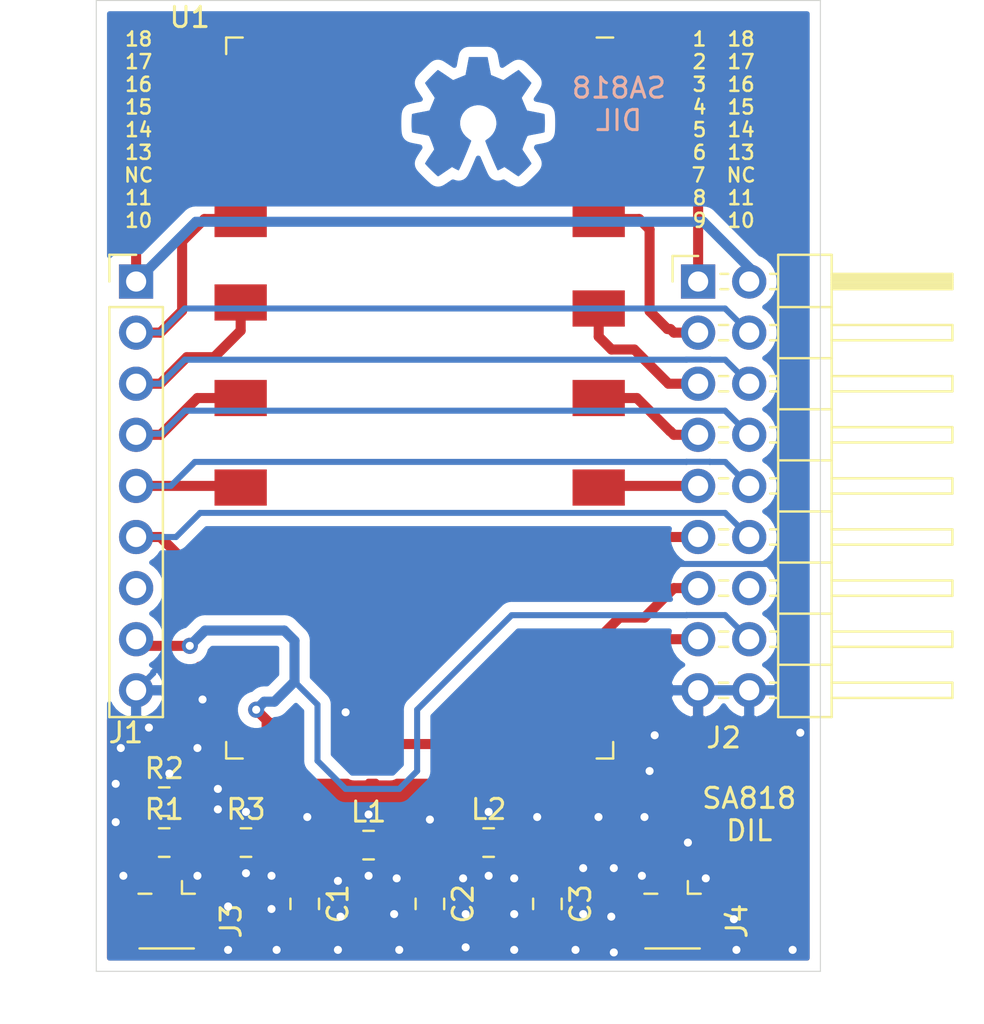
<source format=kicad_pcb>
(kicad_pcb (version 20171130) (host pcbnew 5.1.5+dfsg1-2build2)

  (general
    (thickness 1.6)
    (drawings 8)
    (tracks 223)
    (zones 0)
    (modules 14)
    (nets 25)
  )

  (page A4)
  (title_block
    (title "SA818 DIL")
    (company Galopago)
  )

  (layers
    (0 F.Cu signal)
    (31 B.Cu signal)
    (32 B.Adhes user)
    (33 F.Adhes user)
    (34 B.Paste user)
    (35 F.Paste user)
    (36 B.SilkS user)
    (37 F.SilkS user)
    (38 B.Mask user)
    (39 F.Mask user)
    (40 Dwgs.User user)
    (41 Cmts.User user)
    (42 Eco1.User user)
    (43 Eco2.User user)
    (44 Edge.Cuts user)
    (45 Margin user)
    (46 B.CrtYd user)
    (47 F.CrtYd user)
    (48 B.Fab user)
    (49 F.Fab user)
  )

  (setup
    (last_trace_width 0.3)
    (trace_clearance 0.2)
    (zone_clearance 0.508)
    (zone_45_only no)
    (trace_min 0.2)
    (via_size 0.8)
    (via_drill 0.4)
    (via_min_size 0.4)
    (via_min_drill 0.3)
    (uvia_size 0.3)
    (uvia_drill 0.1)
    (uvias_allowed no)
    (uvia_min_size 0.2)
    (uvia_min_drill 0.1)
    (edge_width 0.05)
    (segment_width 0.2)
    (pcb_text_width 0.3)
    (pcb_text_size 1.5 1.5)
    (mod_edge_width 0.12)
    (mod_text_size 1 1)
    (mod_text_width 0.15)
    (pad_size 1.524 1.524)
    (pad_drill 0.762)
    (pad_to_mask_clearance 0.051)
    (solder_mask_min_width 0.25)
    (aux_axis_origin 0 0)
    (visible_elements FFFFFF7F)
    (pcbplotparams
      (layerselection 0x010f0_ffffffff)
      (usegerberextensions false)
      (usegerberattributes false)
      (usegerberadvancedattributes false)
      (creategerberjobfile false)
      (excludeedgelayer true)
      (linewidth 0.100000)
      (plotframeref false)
      (viasonmask false)
      (mode 1)
      (useauxorigin false)
      (hpglpennumber 1)
      (hpglpenspeed 20)
      (hpglpendiameter 15.000000)
      (psnegative false)
      (psa4output false)
      (plotreference true)
      (plotvalue true)
      (plotinvisibletext false)
      (padsonsilk false)
      (subtractmaskfromsilk false)
      (outputformat 1)
      (mirror false)
      (drillshape 0)
      (scaleselection 1)
      (outputdirectory "gerber/single/"))
  )

  (net 0 "")
  (net 1 "Net-(J1-Pad8)")
  (net 2 "Net-(J1-Pad6)")
  (net 3 "Net-(J1-Pad5)")
  (net 4 "Net-(J1-Pad4)")
  (net 5 "Net-(J1-Pad3)")
  (net 6 "Net-(J1-Pad2)")
  (net 7 "Net-(J1-Pad1)")
  (net 8 "Net-(J2-Pad15)")
  (net 9 "Net-(J2-Pad13)")
  (net 10 "Net-(J2-Pad11)")
  (net 11 "Net-(J2-Pad9)")
  (net 12 "Net-(J2-Pad7)")
  (net 13 "Net-(J2-Pad5)")
  (net 14 "Net-(J2-Pad3)")
  (net 15 "Net-(J2-Pad1)")
  (net 16 "Net-(J3-Pad1)")
  (net 17 "Net-(R1-Pad2)")
  (net 18 "Net-(C1-Pad2)")
  (net 19 "Net-(C1-Pad1)")
  (net 20 "Net-(C2-Pad1)")
  (net 21 "Net-(C3-Pad1)")
  (net 22 "Net-(R2-Pad1)")
  (net 23 "Net-(J1-Pad7)")
  (net 24 "Net-(J2-Pad14)")

  (net_class Default "This is the default net class."
    (clearance 0.2)
    (trace_width 0.3)
    (via_dia 0.8)
    (via_drill 0.4)
    (uvia_dia 0.3)
    (uvia_drill 0.1)
    (add_net "Net-(C1-Pad1)")
    (add_net "Net-(C1-Pad2)")
    (add_net "Net-(C2-Pad1)")
    (add_net "Net-(C3-Pad1)")
    (add_net "Net-(J1-Pad1)")
    (add_net "Net-(J1-Pad2)")
    (add_net "Net-(J1-Pad3)")
    (add_net "Net-(J1-Pad4)")
    (add_net "Net-(J1-Pad5)")
    (add_net "Net-(J1-Pad6)")
    (add_net "Net-(J1-Pad7)")
    (add_net "Net-(J1-Pad8)")
    (add_net "Net-(J2-Pad1)")
    (add_net "Net-(J2-Pad11)")
    (add_net "Net-(J2-Pad13)")
    (add_net "Net-(J2-Pad14)")
    (add_net "Net-(J2-Pad15)")
    (add_net "Net-(J2-Pad3)")
    (add_net "Net-(J2-Pad5)")
    (add_net "Net-(J2-Pad7)")
    (add_net "Net-(J2-Pad9)")
    (add_net "Net-(J3-Pad1)")
    (add_net "Net-(R1-Pad2)")
    (add_net "Net-(R2-Pad1)")
  )

  (module Symbol:OSHW-Symbol_6.7x6mm_Copper (layer B.Cu) (tedit 0) (tstamp 6157D340)
    (at 118.999 105.791 180)
    (descr "Open Source Hardware Symbol")
    (tags "Logo Symbol OSHW")
    (attr virtual)
    (fp_text reference REF** (at 0 0) (layer B.SilkS) hide
      (effects (font (size 1 1) (thickness 0.15)) (justify mirror))
    )
    (fp_text value OSHW-Symbol_6.7x6mm_Copper (at 0.75 0) (layer B.Fab) hide
      (effects (font (size 1 1) (thickness 0.15)) (justify mirror))
    )
    (fp_poly (pts (xy 0.555814 2.531069) (xy 0.639635 2.086445) (xy 0.94892 1.958947) (xy 1.258206 1.831449)
      (xy 1.629246 2.083754) (xy 1.733157 2.154004) (xy 1.827087 2.216728) (xy 1.906652 2.269062)
      (xy 1.96747 2.308143) (xy 2.005157 2.331107) (xy 2.015421 2.336058) (xy 2.03391 2.323324)
      (xy 2.07342 2.288118) (xy 2.129522 2.234938) (xy 2.197787 2.168282) (xy 2.273786 2.092646)
      (xy 2.353092 2.012528) (xy 2.431275 1.932426) (xy 2.503907 1.856836) (xy 2.566559 1.790255)
      (xy 2.614803 1.737182) (xy 2.64421 1.702113) (xy 2.651241 1.690377) (xy 2.641123 1.66874)
      (xy 2.612759 1.621338) (xy 2.569129 1.552807) (xy 2.513218 1.467785) (xy 2.448006 1.370907)
      (xy 2.410219 1.31565) (xy 2.341343 1.214752) (xy 2.28014 1.123701) (xy 2.229578 1.04703)
      (xy 2.192628 0.989272) (xy 2.172258 0.954957) (xy 2.169197 0.947746) (xy 2.176136 0.927252)
      (xy 2.195051 0.879487) (xy 2.223087 0.811168) (xy 2.257391 0.729011) (xy 2.295109 0.63973)
      (xy 2.333387 0.550042) (xy 2.36937 0.466662) (xy 2.400206 0.396306) (xy 2.423039 0.34569)
      (xy 2.435017 0.321529) (xy 2.435724 0.320578) (xy 2.454531 0.315964) (xy 2.504618 0.305672)
      (xy 2.580793 0.290713) (xy 2.677865 0.272099) (xy 2.790643 0.250841) (xy 2.856442 0.238582)
      (xy 2.97695 0.215638) (xy 3.085797 0.193805) (xy 3.177476 0.174278) (xy 3.246481 0.158252)
      (xy 3.287304 0.146921) (xy 3.295511 0.143326) (xy 3.303548 0.118994) (xy 3.310033 0.064041)
      (xy 3.31497 -0.015108) (xy 3.318364 -0.112026) (xy 3.320218 -0.220287) (xy 3.320538 -0.333465)
      (xy 3.319327 -0.445135) (xy 3.31659 -0.548868) (xy 3.312331 -0.638241) (xy 3.306555 -0.706826)
      (xy 3.299267 -0.748197) (xy 3.294895 -0.75681) (xy 3.268764 -0.767133) (xy 3.213393 -0.781892)
      (xy 3.136107 -0.799352) (xy 3.04423 -0.81778) (xy 3.012158 -0.823741) (xy 2.857524 -0.852066)
      (xy 2.735375 -0.874876) (xy 2.641673 -0.89308) (xy 2.572384 -0.907583) (xy 2.523471 -0.919292)
      (xy 2.490897 -0.929115) (xy 2.470628 -0.937956) (xy 2.458626 -0.946724) (xy 2.456947 -0.948457)
      (xy 2.440184 -0.976371) (xy 2.414614 -1.030695) (xy 2.382788 -1.104777) (xy 2.34726 -1.191965)
      (xy 2.310583 -1.285608) (xy 2.275311 -1.379052) (xy 2.243996 -1.465647) (xy 2.219193 -1.53874)
      (xy 2.203454 -1.591678) (xy 2.199332 -1.617811) (xy 2.199676 -1.618726) (xy 2.213641 -1.640086)
      (xy 2.245322 -1.687084) (xy 2.291391 -1.754827) (xy 2.348518 -1.838423) (xy 2.413373 -1.932982)
      (xy 2.431843 -1.959854) (xy 2.497699 -2.057275) (xy 2.55565 -2.146163) (xy 2.602538 -2.221412)
      (xy 2.635207 -2.27792) (xy 2.6505 -2.310581) (xy 2.651241 -2.314593) (xy 2.638392 -2.335684)
      (xy 2.602888 -2.377464) (xy 2.549293 -2.435445) (xy 2.482171 -2.505135) (xy 2.406087 -2.582045)
      (xy 2.325604 -2.661683) (xy 2.245287 -2.739561) (xy 2.169699 -2.811186) (xy 2.103405 -2.87207)
      (xy 2.050969 -2.917721) (xy 2.016955 -2.94365) (xy 2.007545 -2.947883) (xy 1.985643 -2.937912)
      (xy 1.9408 -2.91102) (xy 1.880321 -2.871736) (xy 1.833789 -2.840117) (xy 1.749475 -2.782098)
      (xy 1.649626 -2.713784) (xy 1.549473 -2.645579) (xy 1.495627 -2.609075) (xy 1.313371 -2.4858)
      (xy 1.160381 -2.56852) (xy 1.090682 -2.604759) (xy 1.031414 -2.632926) (xy 0.991311 -2.648991)
      (xy 0.981103 -2.651226) (xy 0.968829 -2.634722) (xy 0.944613 -2.588082) (xy 0.910263 -2.515609)
      (xy 0.867588 -2.421606) (xy 0.818394 -2.310374) (xy 0.76449 -2.186215) (xy 0.707684 -2.053432)
      (xy 0.649782 -1.916327) (xy 0.592593 -1.779202) (xy 0.537924 -1.646358) (xy 0.487584 -1.522098)
      (xy 0.44338 -1.410725) (xy 0.407119 -1.316539) (xy 0.380609 -1.243844) (xy 0.365658 -1.196941)
      (xy 0.363254 -1.180833) (xy 0.382311 -1.160286) (xy 0.424036 -1.126933) (xy 0.479706 -1.087702)
      (xy 0.484378 -1.084599) (xy 0.628264 -0.969423) (xy 0.744283 -0.835053) (xy 0.83143 -0.685784)
      (xy 0.888699 -0.525913) (xy 0.915086 -0.359737) (xy 0.909585 -0.191552) (xy 0.87119 -0.025655)
      (xy 0.798895 0.133658) (xy 0.777626 0.168513) (xy 0.666996 0.309263) (xy 0.536302 0.422286)
      (xy 0.390064 0.506997) (xy 0.232808 0.562806) (xy 0.069057 0.589126) (xy -0.096667 0.58537)
      (xy -0.259838 0.55095) (xy -0.415935 0.485277) (xy -0.560433 0.387765) (xy -0.605131 0.348187)
      (xy -0.718888 0.224297) (xy -0.801782 0.093876) (xy -0.858644 -0.052315) (xy -0.890313 -0.197088)
      (xy -0.898131 -0.35986) (xy -0.872062 -0.52344) (xy -0.814755 -0.682298) (xy -0.728856 -0.830906)
      (xy -0.617014 -0.963735) (xy -0.481877 -1.075256) (xy -0.464117 -1.087011) (xy -0.40785 -1.125508)
      (xy -0.365077 -1.158863) (xy -0.344628 -1.18016) (xy -0.344331 -1.180833) (xy -0.348721 -1.203871)
      (xy -0.366124 -1.256157) (xy -0.394732 -1.33339) (xy -0.432735 -1.431268) (xy -0.478326 -1.545491)
      (xy -0.529697 -1.671758) (xy -0.585038 -1.805767) (xy -0.642542 -1.943218) (xy -0.700399 -2.079808)
      (xy -0.756802 -2.211237) (xy -0.809942 -2.333205) (xy -0.85801 -2.441409) (xy -0.899199 -2.531549)
      (xy -0.931699 -2.599323) (xy -0.953703 -2.64043) (xy -0.962564 -2.651226) (xy -0.98964 -2.642819)
      (xy -1.040303 -2.620272) (xy -1.105817 -2.587613) (xy -1.141841 -2.56852) (xy -1.294832 -2.4858)
      (xy -1.477088 -2.609075) (xy -1.570125 -2.672228) (xy -1.671985 -2.741727) (xy -1.767438 -2.807165)
      (xy -1.81525 -2.840117) (xy -1.882495 -2.885273) (xy -1.939436 -2.921057) (xy -1.978646 -2.942938)
      (xy -1.991381 -2.947563) (xy -2.009917 -2.935085) (xy -2.050941 -2.900252) (xy -2.110475 -2.846678)
      (xy -2.184542 -2.777983) (xy -2.269165 -2.697781) (xy -2.322685 -2.646286) (xy -2.416319 -2.554286)
      (xy -2.497241 -2.471999) (xy -2.562177 -2.402945) (xy -2.607858 -2.350644) (xy -2.631011 -2.318616)
      (xy -2.633232 -2.312116) (xy -2.622924 -2.287394) (xy -2.594439 -2.237405) (xy -2.550937 -2.167212)
      (xy -2.495577 -2.081875) (xy -2.43152 -1.986456) (xy -2.413303 -1.959854) (xy -2.346927 -1.863167)
      (xy -2.287378 -1.776117) (xy -2.237984 -1.703595) (xy -2.202075 -1.650493) (xy -2.182981 -1.621703)
      (xy -2.181136 -1.618726) (xy -2.183895 -1.595782) (xy -2.198538 -1.545336) (xy -2.222513 -1.474041)
      (xy -2.253266 -1.388547) (xy -2.288244 -1.295507) (xy -2.324893 -1.201574) (xy -2.360661 -1.113399)
      (xy -2.392994 -1.037634) (xy -2.419338 -0.980931) (xy -2.437142 -0.949943) (xy -2.438407 -0.948457)
      (xy -2.449294 -0.939601) (xy -2.467682 -0.930843) (xy -2.497606 -0.921277) (xy -2.543103 -0.909996)
      (xy -2.608209 -0.896093) (xy -2.696961 -0.878663) (xy -2.813393 -0.856798) (xy -2.961542 -0.829591)
      (xy -2.993618 -0.823741) (xy -3.088686 -0.805374) (xy -3.171565 -0.787405) (xy -3.23493 -0.771569)
      (xy -3.271458 -0.7596) (xy -3.276356 -0.75681) (xy -3.284427 -0.732072) (xy -3.290987 -0.67679)
      (xy -3.296033 -0.597389) (xy -3.299559 -0.500296) (xy -3.301561 -0.391938) (xy -3.302036 -0.27874)
      (xy -3.300977 -0.167128) (xy -3.298382 -0.063529) (xy -3.294246 0.025632) (xy -3.288563 0.093928)
      (xy -3.281331 0.134934) (xy -3.276971 0.143326) (xy -3.252698 0.151792) (xy -3.197426 0.165565)
      (xy -3.116662 0.18345) (xy -3.015912 0.204252) (xy -2.900683 0.226777) (xy -2.837902 0.238582)
      (xy -2.718787 0.260849) (xy -2.612565 0.281021) (xy -2.524427 0.298085) (xy -2.459566 0.311031)
      (xy -2.423174 0.318845) (xy -2.417184 0.320578) (xy -2.407061 0.34011) (xy -2.385662 0.387157)
      (xy -2.355839 0.454997) (xy -2.320445 0.536909) (xy -2.282332 0.626172) (xy -2.244353 0.716065)
      (xy -2.20936 0.799865) (xy -2.180206 0.870853) (xy -2.159743 0.922306) (xy -2.150823 0.947503)
      (xy -2.150657 0.948604) (xy -2.160769 0.968481) (xy -2.189117 1.014223) (xy -2.232723 1.081283)
      (xy -2.288606 1.165116) (xy -2.353787 1.261174) (xy -2.391679 1.31635) (xy -2.460725 1.417519)
      (xy -2.52205 1.50937) (xy -2.572663 1.587256) (xy -2.609571 1.646531) (xy -2.629782 1.682549)
      (xy -2.632701 1.690623) (xy -2.620153 1.709416) (xy -2.585463 1.749543) (xy -2.533063 1.806507)
      (xy -2.467384 1.875815) (xy -2.392856 1.952969) (xy -2.313913 2.033475) (xy -2.234983 2.112837)
      (xy -2.1605 2.18656) (xy -2.094894 2.250148) (xy -2.042596 2.299106) (xy -2.008039 2.328939)
      (xy -1.996478 2.336058) (xy -1.977654 2.326047) (xy -1.932631 2.297922) (xy -1.865787 2.254546)
      (xy -1.781499 2.198782) (xy -1.684144 2.133494) (xy -1.610707 2.083754) (xy -1.239667 1.831449)
      (xy -0.621095 2.086445) (xy -0.537275 2.531069) (xy -0.453454 2.975693) (xy 0.471994 2.975693)
      (xy 0.555814 2.531069)) (layer B.Cu) (width 0.01))
  )

  (module Connector_Coaxial:U.FL_Hirose_U.FL-R-SMT-1_Vertical (layer F.Cu) (tedit 5A1DBFC3) (tstamp 61552B4C)
    (at 128.651 145.288 270)
    (descr "Hirose U.FL Coaxial https://www.hirose.com/product/en/products/U.FL/U.FL-R-SMT-1%2810%29/")
    (tags "Hirose U.FL Coaxial")
    (path /615885EA)
    (attr smd)
    (fp_text reference J4 (at 0.475 -3.2 90) (layer F.SilkS)
      (effects (font (size 1 1) (thickness 0.15)))
    )
    (fp_text value Conn_Coaxial (at 0.475 3.2 90) (layer F.Fab)
      (effects (font (size 1 1) (thickness 0.15)))
    )
    (fp_line (start -1.32 -1) (end -2.02 -1) (layer F.CrtYd) (width 0.05))
    (fp_line (start -1.32 1.8) (end -1.32 1) (layer F.CrtYd) (width 0.05))
    (fp_line (start -1.32 -1.8) (end -1.12 -1.8) (layer F.CrtYd) (width 0.05))
    (fp_line (start -1.12 -1.8) (end -1.12 -2.5) (layer F.CrtYd) (width 0.05))
    (fp_line (start 2.08 -2.5) (end -1.12 -2.5) (layer F.CrtYd) (width 0.05))
    (fp_line (start -1.32 -1) (end -1.32 -1.8) (layer F.CrtYd) (width 0.05))
    (fp_line (start 2.08 -1.8) (end 2.08 -2.5) (layer F.CrtYd) (width 0.05))
    (fp_line (start 2.08 -1.8) (end 2.28 -1.8) (layer F.CrtYd) (width 0.05))
    (fp_line (start -0.885 -1.4) (end -0.885 -0.76) (layer F.SilkS) (width 0.12))
    (fp_line (start -0.425 1.5) (end -0.425 1.3) (layer F.Fab) (width 0.1))
    (fp_line (start -0.425 1.3) (end -0.825 1.3) (layer F.Fab) (width 0.1))
    (fp_line (start -0.825 0.3) (end -0.825 1.3) (layer F.Fab) (width 0.1))
    (fp_line (start -1.075 0.3) (end -0.825 0.3) (layer F.Fab) (width 0.1))
    (fp_line (start -1.075 0.3) (end -1.075 -0.15) (layer F.Fab) (width 0.1))
    (fp_line (start -0.925 -0.3) (end -0.825 -0.3) (layer F.Fab) (width 0.1))
    (fp_line (start -0.825 -0.3) (end -0.825 -1.3) (layer F.Fab) (width 0.1))
    (fp_line (start -0.425 -1.5) (end -0.425 -1.3) (layer F.Fab) (width 0.1))
    (fp_line (start -0.425 -1.3) (end -0.825 -1.3) (layer F.Fab) (width 0.1))
    (fp_line (start -0.425 1.5) (end 1.375 1.5) (layer F.Fab) (width 0.1))
    (fp_line (start 1.375 1.5) (end 1.375 1.3) (layer F.Fab) (width 0.1))
    (fp_line (start 1.775 1.3) (end 1.375 1.3) (layer F.Fab) (width 0.1))
    (fp_line (start 1.775 -1.3) (end 1.775 1.3) (layer F.Fab) (width 0.1))
    (fp_line (start -0.425 -1.5) (end 1.375 -1.5) (layer F.Fab) (width 0.1))
    (fp_line (start 1.375 -1.5) (end 1.375 -1.3) (layer F.Fab) (width 0.1))
    (fp_line (start 1.775 -1.3) (end 1.375 -1.3) (layer F.Fab) (width 0.1))
    (fp_line (start -0.925 -0.3) (end -1.075 -0.15) (layer F.Fab) (width 0.1))
    (fp_line (start -0.885 1.4) (end -0.885 0.76) (layer F.SilkS) (width 0.12))
    (fp_line (start -0.885 -0.76) (end -1.515 -0.76) (layer F.SilkS) (width 0.12))
    (fp_line (start 1.835 -1.35) (end 1.835 1.35) (layer F.SilkS) (width 0.12))
    (fp_line (start 2.08 2.5) (end -1.12 2.5) (layer F.CrtYd) (width 0.05))
    (fp_line (start -1.12 2.5) (end -1.12 1.8) (layer F.CrtYd) (width 0.05))
    (fp_line (start -1.32 1.8) (end -1.12 1.8) (layer F.CrtYd) (width 0.05))
    (fp_line (start 2.28 1.8) (end 2.28 -1.8) (layer F.CrtYd) (width 0.05))
    (fp_line (start 2.08 2.5) (end 2.08 1.8) (layer F.CrtYd) (width 0.05))
    (fp_line (start 2.08 1.8) (end 2.28 1.8) (layer F.CrtYd) (width 0.05))
    (fp_line (start -1.32 1) (end -2.02 1) (layer F.CrtYd) (width 0.05))
    (fp_line (start -2.02 1) (end -2.02 -1) (layer F.CrtYd) (width 0.05))
    (fp_text user %R (at 0.475 0) (layer F.Fab)
      (effects (font (size 0.6 0.6) (thickness 0.09)))
    )
    (pad 2 smd rect (at 0.475 -1.475 270) (size 2.2 1.05) (layers F.Cu F.Paste F.Mask)
      (net 18 "Net-(C1-Pad2)"))
    (pad 1 smd rect (at -1.05 0 270) (size 1.05 1) (layers F.Cu F.Paste F.Mask)
      (net 21 "Net-(C3-Pad1)"))
    (pad 2 smd rect (at 0.475 1.475 270) (size 2.2 1.05) (layers F.Cu F.Paste F.Mask)
      (net 18 "Net-(C1-Pad2)"))
    (model ${KISYS3DMOD}/Connector_Coaxial.3dshapes/U.FL_Hirose_U.FL-R-SMT-1_Vertical.wrl
      (offset (xyz 0.4749999928262157 0 0))
      (scale (xyz 1 1 1))
      (rotate (xyz 0 0 0))
    )
  )

  (module Resistor_SMD:R_0805_2012Metric_Pad1.15x1.40mm_HandSolder (layer F.Cu) (tedit 5B36C52B) (tstamp 615524CB)
    (at 107.442 141.859)
    (descr "Resistor SMD 0805 (2012 Metric), square (rectangular) end terminal, IPC_7351 nominal with elongated pad for handsoldering. (Body size source: https://docs.google.com/spreadsheets/d/1BsfQQcO9C6DZCsRaXUlFlo91Tg2WpOkGARC1WS5S8t0/edit?usp=sharing), generated with kicad-footprint-generator")
    (tags "resistor handsolder")
    (path /6157B29B)
    (attr smd)
    (fp_text reference R3 (at 0 -1.65) (layer F.SilkS)
      (effects (font (size 1 1) (thickness 0.15)))
    )
    (fp_text value R (at 0 1.65) (layer F.Fab)
      (effects (font (size 1 1) (thickness 0.15)))
    )
    (fp_text user %R (at 0 0) (layer F.Fab)
      (effects (font (size 0.5 0.5) (thickness 0.08)))
    )
    (fp_line (start 1.85 0.95) (end -1.85 0.95) (layer F.CrtYd) (width 0.05))
    (fp_line (start 1.85 -0.95) (end 1.85 0.95) (layer F.CrtYd) (width 0.05))
    (fp_line (start -1.85 -0.95) (end 1.85 -0.95) (layer F.CrtYd) (width 0.05))
    (fp_line (start -1.85 0.95) (end -1.85 -0.95) (layer F.CrtYd) (width 0.05))
    (fp_line (start -0.261252 0.71) (end 0.261252 0.71) (layer F.SilkS) (width 0.12))
    (fp_line (start -0.261252 -0.71) (end 0.261252 -0.71) (layer F.SilkS) (width 0.12))
    (fp_line (start 1 0.6) (end -1 0.6) (layer F.Fab) (width 0.1))
    (fp_line (start 1 -0.6) (end 1 0.6) (layer F.Fab) (width 0.1))
    (fp_line (start -1 -0.6) (end 1 -0.6) (layer F.Fab) (width 0.1))
    (fp_line (start -1 0.6) (end -1 -0.6) (layer F.Fab) (width 0.1))
    (pad 2 smd roundrect (at 1.025 0) (size 1.15 1.4) (layers F.Cu F.Paste F.Mask) (roundrect_rratio 0.217391)
      (net 19 "Net-(C1-Pad1)"))
    (pad 1 smd roundrect (at -1.025 0) (size 1.15 1.4) (layers F.Cu F.Paste F.Mask) (roundrect_rratio 0.217391)
      (net 17 "Net-(R1-Pad2)"))
    (model ${KISYS3DMOD}/Resistor_SMD.3dshapes/R_0805_2012Metric.wrl
      (at (xyz 0 0 0))
      (scale (xyz 1 1 1))
      (rotate (xyz 0 0 0))
    )
  )

  (module Resistor_SMD:R_0805_2012Metric_Pad1.15x1.40mm_HandSolder (layer F.Cu) (tedit 5B36C52B) (tstamp 615524BA)
    (at 103.378 139.827)
    (descr "Resistor SMD 0805 (2012 Metric), square (rectangular) end terminal, IPC_7351 nominal with elongated pad for handsoldering. (Body size source: https://docs.google.com/spreadsheets/d/1BsfQQcO9C6DZCsRaXUlFlo91Tg2WpOkGARC1WS5S8t0/edit?usp=sharing), generated with kicad-footprint-generator")
    (tags "resistor handsolder")
    (path /6156B991)
    (attr smd)
    (fp_text reference R2 (at 0 -1.65) (layer F.SilkS)
      (effects (font (size 1 1) (thickness 0.15)))
    )
    (fp_text value R (at 0 1.65) (layer F.Fab)
      (effects (font (size 1 1) (thickness 0.15)))
    )
    (fp_text user %R (at 0 0) (layer F.Fab)
      (effects (font (size 0.5 0.5) (thickness 0.08)))
    )
    (fp_line (start 1.85 0.95) (end -1.85 0.95) (layer F.CrtYd) (width 0.05))
    (fp_line (start 1.85 -0.95) (end 1.85 0.95) (layer F.CrtYd) (width 0.05))
    (fp_line (start -1.85 -0.95) (end 1.85 -0.95) (layer F.CrtYd) (width 0.05))
    (fp_line (start -1.85 0.95) (end -1.85 -0.95) (layer F.CrtYd) (width 0.05))
    (fp_line (start -0.261252 0.71) (end 0.261252 0.71) (layer F.SilkS) (width 0.12))
    (fp_line (start -0.261252 -0.71) (end 0.261252 -0.71) (layer F.SilkS) (width 0.12))
    (fp_line (start 1 0.6) (end -1 0.6) (layer F.Fab) (width 0.1))
    (fp_line (start 1 -0.6) (end 1 0.6) (layer F.Fab) (width 0.1))
    (fp_line (start -1 -0.6) (end 1 -0.6) (layer F.Fab) (width 0.1))
    (fp_line (start -1 0.6) (end -1 -0.6) (layer F.Fab) (width 0.1))
    (pad 2 smd roundrect (at 1.025 0) (size 1.15 1.4) (layers F.Cu F.Paste F.Mask) (roundrect_rratio 0.217391)
      (net 17 "Net-(R1-Pad2)"))
    (pad 1 smd roundrect (at -1.025 0) (size 1.15 1.4) (layers F.Cu F.Paste F.Mask) (roundrect_rratio 0.217391)
      (net 22 "Net-(R2-Pad1)"))
    (model ${KISYS3DMOD}/Resistor_SMD.3dshapes/R_0805_2012Metric.wrl
      (at (xyz 0 0 0))
      (scale (xyz 1 1 1))
      (rotate (xyz 0 0 0))
    )
  )

  (module Inductor_SMD:L_0805_2012Metric_Pad1.15x1.40mm_HandSolder (layer F.Cu) (tedit 5B36C52B) (tstamp 61552489)
    (at 119.507 141.859)
    (descr "Capacitor SMD 0805 (2012 Metric), square (rectangular) end terminal, IPC_7351 nominal with elongated pad for handsoldering. (Body size source: https://docs.google.com/spreadsheets/d/1BsfQQcO9C6DZCsRaXUlFlo91Tg2WpOkGARC1WS5S8t0/edit?usp=sharing), generated with kicad-footprint-generator")
    (tags "inductor handsolder")
    (path /6157F846)
    (attr smd)
    (fp_text reference L2 (at 0 -1.65) (layer F.SilkS)
      (effects (font (size 1 1) (thickness 0.15)))
    )
    (fp_text value L (at 0 1.65) (layer F.Fab)
      (effects (font (size 1 1) (thickness 0.15)))
    )
    (fp_text user %R (at 0 0) (layer F.Fab)
      (effects (font (size 0.5 0.5) (thickness 0.08)))
    )
    (fp_line (start 1.85 0.95) (end -1.85 0.95) (layer F.CrtYd) (width 0.05))
    (fp_line (start 1.85 -0.95) (end 1.85 0.95) (layer F.CrtYd) (width 0.05))
    (fp_line (start -1.85 -0.95) (end 1.85 -0.95) (layer F.CrtYd) (width 0.05))
    (fp_line (start -1.85 0.95) (end -1.85 -0.95) (layer F.CrtYd) (width 0.05))
    (fp_line (start -0.261252 0.71) (end 0.261252 0.71) (layer F.SilkS) (width 0.12))
    (fp_line (start -0.261252 -0.71) (end 0.261252 -0.71) (layer F.SilkS) (width 0.12))
    (fp_line (start 1 0.6) (end -1 0.6) (layer F.Fab) (width 0.1))
    (fp_line (start 1 -0.6) (end 1 0.6) (layer F.Fab) (width 0.1))
    (fp_line (start -1 -0.6) (end 1 -0.6) (layer F.Fab) (width 0.1))
    (fp_line (start -1 0.6) (end -1 -0.6) (layer F.Fab) (width 0.1))
    (pad 2 smd roundrect (at 1.025 0) (size 1.15 1.4) (layers F.Cu F.Paste F.Mask) (roundrect_rratio 0.217391)
      (net 21 "Net-(C3-Pad1)"))
    (pad 1 smd roundrect (at -1.025 0) (size 1.15 1.4) (layers F.Cu F.Paste F.Mask) (roundrect_rratio 0.217391)
      (net 20 "Net-(C2-Pad1)"))
    (model ${KISYS3DMOD}/Inductor_SMD.3dshapes/L_0805_2012Metric.wrl
      (at (xyz 0 0 0))
      (scale (xyz 1 1 1))
      (rotate (xyz 0 0 0))
    )
  )

  (module Inductor_SMD:L_0805_2012Metric_Pad1.15x1.40mm_HandSolder (layer F.Cu) (tedit 5B36C52B) (tstamp 61552478)
    (at 113.538 141.986)
    (descr "Capacitor SMD 0805 (2012 Metric), square (rectangular) end terminal, IPC_7351 nominal with elongated pad for handsoldering. (Body size source: https://docs.google.com/spreadsheets/d/1BsfQQcO9C6DZCsRaXUlFlo91Tg2WpOkGARC1WS5S8t0/edit?usp=sharing), generated with kicad-footprint-generator")
    (tags "inductor handsolder")
    (path /6157E535)
    (attr smd)
    (fp_text reference L1 (at 0 -1.65) (layer F.SilkS)
      (effects (font (size 1 1) (thickness 0.15)))
    )
    (fp_text value L (at 0 1.65) (layer F.Fab)
      (effects (font (size 1 1) (thickness 0.15)))
    )
    (fp_text user %R (at 0 0) (layer F.Fab)
      (effects (font (size 0.5 0.5) (thickness 0.08)))
    )
    (fp_line (start 1.85 0.95) (end -1.85 0.95) (layer F.CrtYd) (width 0.05))
    (fp_line (start 1.85 -0.95) (end 1.85 0.95) (layer F.CrtYd) (width 0.05))
    (fp_line (start -1.85 -0.95) (end 1.85 -0.95) (layer F.CrtYd) (width 0.05))
    (fp_line (start -1.85 0.95) (end -1.85 -0.95) (layer F.CrtYd) (width 0.05))
    (fp_line (start -0.261252 0.71) (end 0.261252 0.71) (layer F.SilkS) (width 0.12))
    (fp_line (start -0.261252 -0.71) (end 0.261252 -0.71) (layer F.SilkS) (width 0.12))
    (fp_line (start 1 0.6) (end -1 0.6) (layer F.Fab) (width 0.1))
    (fp_line (start 1 -0.6) (end 1 0.6) (layer F.Fab) (width 0.1))
    (fp_line (start -1 -0.6) (end 1 -0.6) (layer F.Fab) (width 0.1))
    (fp_line (start -1 0.6) (end -1 -0.6) (layer F.Fab) (width 0.1))
    (pad 2 smd roundrect (at 1.025 0) (size 1.15 1.4) (layers F.Cu F.Paste F.Mask) (roundrect_rratio 0.217391)
      (net 20 "Net-(C2-Pad1)"))
    (pad 1 smd roundrect (at -1.025 0) (size 1.15 1.4) (layers F.Cu F.Paste F.Mask) (roundrect_rratio 0.217391)
      (net 19 "Net-(C1-Pad1)"))
    (model ${KISYS3DMOD}/Inductor_SMD.3dshapes/L_0805_2012Metric.wrl
      (at (xyz 0 0 0))
      (scale (xyz 1 1 1))
      (rotate (xyz 0 0 0))
    )
  )

  (module Capacitor_SMD:C_0805_2012Metric_Pad1.15x1.40mm_HandSolder (layer F.Cu) (tedit 5B36C52B) (tstamp 61552287)
    (at 122.428 144.907 270)
    (descr "Capacitor SMD 0805 (2012 Metric), square (rectangular) end terminal, IPC_7351 nominal with elongated pad for handsoldering. (Body size source: https://docs.google.com/spreadsheets/d/1BsfQQcO9C6DZCsRaXUlFlo91Tg2WpOkGARC1WS5S8t0/edit?usp=sharing), generated with kicad-footprint-generator")
    (tags "capacitor handsolder")
    (path /6157F2AA)
    (attr smd)
    (fp_text reference C3 (at 0 -1.65 90) (layer F.SilkS)
      (effects (font (size 1 1) (thickness 0.15)))
    )
    (fp_text value C (at 0 1.65 90) (layer F.Fab)
      (effects (font (size 1 1) (thickness 0.15)))
    )
    (fp_text user %R (at 0 0 90) (layer F.Fab)
      (effects (font (size 0.5 0.5) (thickness 0.08)))
    )
    (fp_line (start 1.85 0.95) (end -1.85 0.95) (layer F.CrtYd) (width 0.05))
    (fp_line (start 1.85 -0.95) (end 1.85 0.95) (layer F.CrtYd) (width 0.05))
    (fp_line (start -1.85 -0.95) (end 1.85 -0.95) (layer F.CrtYd) (width 0.05))
    (fp_line (start -1.85 0.95) (end -1.85 -0.95) (layer F.CrtYd) (width 0.05))
    (fp_line (start -0.261252 0.71) (end 0.261252 0.71) (layer F.SilkS) (width 0.12))
    (fp_line (start -0.261252 -0.71) (end 0.261252 -0.71) (layer F.SilkS) (width 0.12))
    (fp_line (start 1 0.6) (end -1 0.6) (layer F.Fab) (width 0.1))
    (fp_line (start 1 -0.6) (end 1 0.6) (layer F.Fab) (width 0.1))
    (fp_line (start -1 -0.6) (end 1 -0.6) (layer F.Fab) (width 0.1))
    (fp_line (start -1 0.6) (end -1 -0.6) (layer F.Fab) (width 0.1))
    (pad 2 smd roundrect (at 1.025 0 270) (size 1.15 1.4) (layers F.Cu F.Paste F.Mask) (roundrect_rratio 0.217391)
      (net 18 "Net-(C1-Pad2)"))
    (pad 1 smd roundrect (at -1.025 0 270) (size 1.15 1.4) (layers F.Cu F.Paste F.Mask) (roundrect_rratio 0.217391)
      (net 21 "Net-(C3-Pad1)"))
    (model ${KISYS3DMOD}/Capacitor_SMD.3dshapes/C_0805_2012Metric.wrl
      (at (xyz 0 0 0))
      (scale (xyz 1 1 1))
      (rotate (xyz 0 0 0))
    )
  )

  (module Capacitor_SMD:C_0805_2012Metric_Pad1.15x1.40mm_HandSolder (layer F.Cu) (tedit 5B36C52B) (tstamp 61552276)
    (at 116.586 144.907 270)
    (descr "Capacitor SMD 0805 (2012 Metric), square (rectangular) end terminal, IPC_7351 nominal with elongated pad for handsoldering. (Body size source: https://docs.google.com/spreadsheets/d/1BsfQQcO9C6DZCsRaXUlFlo91Tg2WpOkGARC1WS5S8t0/edit?usp=sharing), generated with kicad-footprint-generator")
    (tags "capacitor handsolder")
    (path /6157ECA2)
    (attr smd)
    (fp_text reference C2 (at 0 -1.65 90) (layer F.SilkS)
      (effects (font (size 1 1) (thickness 0.15)))
    )
    (fp_text value C (at 0 1.65 90) (layer F.Fab)
      (effects (font (size 1 1) (thickness 0.15)))
    )
    (fp_text user %R (at 0 0 90) (layer F.Fab)
      (effects (font (size 0.5 0.5) (thickness 0.08)))
    )
    (fp_line (start 1.85 0.95) (end -1.85 0.95) (layer F.CrtYd) (width 0.05))
    (fp_line (start 1.85 -0.95) (end 1.85 0.95) (layer F.CrtYd) (width 0.05))
    (fp_line (start -1.85 -0.95) (end 1.85 -0.95) (layer F.CrtYd) (width 0.05))
    (fp_line (start -1.85 0.95) (end -1.85 -0.95) (layer F.CrtYd) (width 0.05))
    (fp_line (start -0.261252 0.71) (end 0.261252 0.71) (layer F.SilkS) (width 0.12))
    (fp_line (start -0.261252 -0.71) (end 0.261252 -0.71) (layer F.SilkS) (width 0.12))
    (fp_line (start 1 0.6) (end -1 0.6) (layer F.Fab) (width 0.1))
    (fp_line (start 1 -0.6) (end 1 0.6) (layer F.Fab) (width 0.1))
    (fp_line (start -1 -0.6) (end 1 -0.6) (layer F.Fab) (width 0.1))
    (fp_line (start -1 0.6) (end -1 -0.6) (layer F.Fab) (width 0.1))
    (pad 2 smd roundrect (at 1.025 0 270) (size 1.15 1.4) (layers F.Cu F.Paste F.Mask) (roundrect_rratio 0.217391)
      (net 18 "Net-(C1-Pad2)"))
    (pad 1 smd roundrect (at -1.025 0 270) (size 1.15 1.4) (layers F.Cu F.Paste F.Mask) (roundrect_rratio 0.217391)
      (net 20 "Net-(C2-Pad1)"))
    (model ${KISYS3DMOD}/Capacitor_SMD.3dshapes/C_0805_2012Metric.wrl
      (at (xyz 0 0 0))
      (scale (xyz 1 1 1))
      (rotate (xyz 0 0 0))
    )
  )

  (module Capacitor_SMD:C_0805_2012Metric_Pad1.15x1.40mm_HandSolder (layer F.Cu) (tedit 5B36C52B) (tstamp 61552265)
    (at 110.363 144.907 270)
    (descr "Capacitor SMD 0805 (2012 Metric), square (rectangular) end terminal, IPC_7351 nominal with elongated pad for handsoldering. (Body size source: https://docs.google.com/spreadsheets/d/1BsfQQcO9C6DZCsRaXUlFlo91Tg2WpOkGARC1WS5S8t0/edit?usp=sharing), generated with kicad-footprint-generator")
    (tags "capacitor handsolder")
    (path /6157DDA0)
    (attr smd)
    (fp_text reference C1 (at 0 -1.65 90) (layer F.SilkS)
      (effects (font (size 1 1) (thickness 0.15)))
    )
    (fp_text value C (at 0 1.65 90) (layer F.Fab)
      (effects (font (size 1 1) (thickness 0.15)))
    )
    (fp_text user %R (at 0 0 90) (layer F.Fab)
      (effects (font (size 0.5 0.5) (thickness 0.08)))
    )
    (fp_line (start 1.85 0.95) (end -1.85 0.95) (layer F.CrtYd) (width 0.05))
    (fp_line (start 1.85 -0.95) (end 1.85 0.95) (layer F.CrtYd) (width 0.05))
    (fp_line (start -1.85 -0.95) (end 1.85 -0.95) (layer F.CrtYd) (width 0.05))
    (fp_line (start -1.85 0.95) (end -1.85 -0.95) (layer F.CrtYd) (width 0.05))
    (fp_line (start -0.261252 0.71) (end 0.261252 0.71) (layer F.SilkS) (width 0.12))
    (fp_line (start -0.261252 -0.71) (end 0.261252 -0.71) (layer F.SilkS) (width 0.12))
    (fp_line (start 1 0.6) (end -1 0.6) (layer F.Fab) (width 0.1))
    (fp_line (start 1 -0.6) (end 1 0.6) (layer F.Fab) (width 0.1))
    (fp_line (start -1 -0.6) (end 1 -0.6) (layer F.Fab) (width 0.1))
    (fp_line (start -1 0.6) (end -1 -0.6) (layer F.Fab) (width 0.1))
    (pad 2 smd roundrect (at 1.025 0 270) (size 1.15 1.4) (layers F.Cu F.Paste F.Mask) (roundrect_rratio 0.217391)
      (net 18 "Net-(C1-Pad2)"))
    (pad 1 smd roundrect (at -1.025 0 270) (size 1.15 1.4) (layers F.Cu F.Paste F.Mask) (roundrect_rratio 0.217391)
      (net 19 "Net-(C1-Pad1)"))
    (model ${KISYS3DMOD}/Capacitor_SMD.3dshapes/C_0805_2012Metric.wrl
      (at (xyz 0 0 0))
      (scale (xyz 1 1 1))
      (rotate (xyz 0 0 0))
    )
  )

  (module Resistor_SMD:R_0805_2012Metric_Pad1.15x1.40mm_HandSolder (layer F.Cu) (tedit 5B36C52B) (tstamp 6155168F)
    (at 103.378 141.859)
    (descr "Resistor SMD 0805 (2012 Metric), square (rectangular) end terminal, IPC_7351 nominal with elongated pad for handsoldering. (Body size source: https://docs.google.com/spreadsheets/d/1BsfQQcO9C6DZCsRaXUlFlo91Tg2WpOkGARC1WS5S8t0/edit?usp=sharing), generated with kicad-footprint-generator")
    (tags "resistor handsolder")
    (path /6155C0AA)
    (attr smd)
    (fp_text reference R1 (at 0 -1.65) (layer F.SilkS)
      (effects (font (size 1 1) (thickness 0.15)))
    )
    (fp_text value R (at 0 1.65) (layer F.Fab)
      (effects (font (size 1 1) (thickness 0.15)))
    )
    (fp_text user %R (at 0 0) (layer F.Fab)
      (effects (font (size 0.5 0.5) (thickness 0.08)))
    )
    (fp_line (start 1.85 0.95) (end -1.85 0.95) (layer F.CrtYd) (width 0.05))
    (fp_line (start 1.85 -0.95) (end 1.85 0.95) (layer F.CrtYd) (width 0.05))
    (fp_line (start -1.85 -0.95) (end 1.85 -0.95) (layer F.CrtYd) (width 0.05))
    (fp_line (start -1.85 0.95) (end -1.85 -0.95) (layer F.CrtYd) (width 0.05))
    (fp_line (start -0.261252 0.71) (end 0.261252 0.71) (layer F.SilkS) (width 0.12))
    (fp_line (start -0.261252 -0.71) (end 0.261252 -0.71) (layer F.SilkS) (width 0.12))
    (fp_line (start 1 0.6) (end -1 0.6) (layer F.Fab) (width 0.1))
    (fp_line (start 1 -0.6) (end 1 0.6) (layer F.Fab) (width 0.1))
    (fp_line (start -1 -0.6) (end 1 -0.6) (layer F.Fab) (width 0.1))
    (fp_line (start -1 0.6) (end -1 -0.6) (layer F.Fab) (width 0.1))
    (pad 2 smd roundrect (at 1.025 0) (size 1.15 1.4) (layers F.Cu F.Paste F.Mask) (roundrect_rratio 0.217391)
      (net 17 "Net-(R1-Pad2)"))
    (pad 1 smd roundrect (at -1.025 0) (size 1.15 1.4) (layers F.Cu F.Paste F.Mask) (roundrect_rratio 0.217391)
      (net 16 "Net-(J3-Pad1)"))
    (model ${KISYS3DMOD}/Resistor_SMD.3dshapes/R_0805_2012Metric.wrl
      (at (xyz 0 0 0))
      (scale (xyz 1 1 1))
      (rotate (xyz 0 0 0))
    )
  )

  (module Connector_Coaxial:U.FL_Hirose_U.FL-R-SMT-1_Vertical (layer F.Cu) (tedit 5A1DBFC3) (tstamp 615510BB)
    (at 103.5 145.288 270)
    (descr "Hirose U.FL Coaxial https://www.hirose.com/product/en/products/U.FL/U.FL-R-SMT-1%2810%29/")
    (tags "Hirose U.FL Coaxial")
    (path /61551B05)
    (attr smd)
    (fp_text reference J3 (at 0.475 -3.2 90) (layer F.SilkS)
      (effects (font (size 1 1) (thickness 0.15)))
    )
    (fp_text value Conn_Coaxial (at 0.475 3.2 90) (layer F.Fab)
      (effects (font (size 1 1) (thickness 0.15)))
    )
    (fp_line (start -1.32 -1) (end -2.02 -1) (layer F.CrtYd) (width 0.05))
    (fp_line (start -1.32 1.8) (end -1.32 1) (layer F.CrtYd) (width 0.05))
    (fp_line (start -1.32 -1.8) (end -1.12 -1.8) (layer F.CrtYd) (width 0.05))
    (fp_line (start -1.12 -1.8) (end -1.12 -2.5) (layer F.CrtYd) (width 0.05))
    (fp_line (start 2.08 -2.5) (end -1.12 -2.5) (layer F.CrtYd) (width 0.05))
    (fp_line (start -1.32 -1) (end -1.32 -1.8) (layer F.CrtYd) (width 0.05))
    (fp_line (start 2.08 -1.8) (end 2.08 -2.5) (layer F.CrtYd) (width 0.05))
    (fp_line (start 2.08 -1.8) (end 2.28 -1.8) (layer F.CrtYd) (width 0.05))
    (fp_line (start -0.885 -1.4) (end -0.885 -0.76) (layer F.SilkS) (width 0.12))
    (fp_line (start -0.425 1.5) (end -0.425 1.3) (layer F.Fab) (width 0.1))
    (fp_line (start -0.425 1.3) (end -0.825 1.3) (layer F.Fab) (width 0.1))
    (fp_line (start -0.825 0.3) (end -0.825 1.3) (layer F.Fab) (width 0.1))
    (fp_line (start -1.075 0.3) (end -0.825 0.3) (layer F.Fab) (width 0.1))
    (fp_line (start -1.075 0.3) (end -1.075 -0.15) (layer F.Fab) (width 0.1))
    (fp_line (start -0.925 -0.3) (end -0.825 -0.3) (layer F.Fab) (width 0.1))
    (fp_line (start -0.825 -0.3) (end -0.825 -1.3) (layer F.Fab) (width 0.1))
    (fp_line (start -0.425 -1.5) (end -0.425 -1.3) (layer F.Fab) (width 0.1))
    (fp_line (start -0.425 -1.3) (end -0.825 -1.3) (layer F.Fab) (width 0.1))
    (fp_line (start -0.425 1.5) (end 1.375 1.5) (layer F.Fab) (width 0.1))
    (fp_line (start 1.375 1.5) (end 1.375 1.3) (layer F.Fab) (width 0.1))
    (fp_line (start 1.775 1.3) (end 1.375 1.3) (layer F.Fab) (width 0.1))
    (fp_line (start 1.775 -1.3) (end 1.775 1.3) (layer F.Fab) (width 0.1))
    (fp_line (start -0.425 -1.5) (end 1.375 -1.5) (layer F.Fab) (width 0.1))
    (fp_line (start 1.375 -1.5) (end 1.375 -1.3) (layer F.Fab) (width 0.1))
    (fp_line (start 1.775 -1.3) (end 1.375 -1.3) (layer F.Fab) (width 0.1))
    (fp_line (start -0.925 -0.3) (end -1.075 -0.15) (layer F.Fab) (width 0.1))
    (fp_line (start -0.885 1.4) (end -0.885 0.76) (layer F.SilkS) (width 0.12))
    (fp_line (start -0.885 -0.76) (end -1.515 -0.76) (layer F.SilkS) (width 0.12))
    (fp_line (start 1.835 -1.35) (end 1.835 1.35) (layer F.SilkS) (width 0.12))
    (fp_line (start 2.08 2.5) (end -1.12 2.5) (layer F.CrtYd) (width 0.05))
    (fp_line (start -1.12 2.5) (end -1.12 1.8) (layer F.CrtYd) (width 0.05))
    (fp_line (start -1.32 1.8) (end -1.12 1.8) (layer F.CrtYd) (width 0.05))
    (fp_line (start 2.28 1.8) (end 2.28 -1.8) (layer F.CrtYd) (width 0.05))
    (fp_line (start 2.08 2.5) (end 2.08 1.8) (layer F.CrtYd) (width 0.05))
    (fp_line (start 2.08 1.8) (end 2.28 1.8) (layer F.CrtYd) (width 0.05))
    (fp_line (start -1.32 1) (end -2.02 1) (layer F.CrtYd) (width 0.05))
    (fp_line (start -2.02 1) (end -2.02 -1) (layer F.CrtYd) (width 0.05))
    (fp_text user %R (at 0.475 0) (layer F.Fab)
      (effects (font (size 0.6 0.6) (thickness 0.09)))
    )
    (pad 2 smd rect (at 0.475 -1.475 270) (size 2.2 1.05) (layers F.Cu F.Paste F.Mask)
      (net 18 "Net-(C1-Pad2)"))
    (pad 1 smd rect (at -1.05 0 270) (size 1.05 1) (layers F.Cu F.Paste F.Mask)
      (net 16 "Net-(J3-Pad1)"))
    (pad 2 smd rect (at 0.475 1.475 270) (size 2.2 1.05) (layers F.Cu F.Paste F.Mask)
      (net 18 "Net-(C1-Pad2)"))
    (model ${KISYS3DMOD}/Connector_Coaxial.3dshapes/U.FL_Hirose_U.FL-R-SMT-1_Vertical.wrl
      (offset (xyz 0.4749999928262157 0 0))
      (scale (xyz 1 1 1))
      (rotate (xyz 0 0 0))
    )
  )

  (module Connector_PinHeader_2.54mm:PinHeader_2x09_P2.54mm_Horizontal (layer F.Cu) (tedit 59FED5CB) (tstamp 6154FAF6)
    (at 129.921 113.97)
    (descr "Through hole angled pin header, 2x09, 2.54mm pitch, 6mm pin length, double rows")
    (tags "Through hole angled pin header THT 2x09 2.54mm double row")
    (path /6155211F)
    (fp_text reference J2 (at 1.27 22.682) (layer F.SilkS)
      (effects (font (size 1 1) (thickness 0.15)))
    )
    (fp_text value Conn_02x09_Odd_Even (at 5.655 22.59) (layer F.Fab)
      (effects (font (size 1 1) (thickness 0.15)))
    )
    (fp_text user %R (at 5.31 10.16 90) (layer F.Fab)
      (effects (font (size 1 1) (thickness 0.15)))
    )
    (fp_line (start 13.1 -1.8) (end -1.8 -1.8) (layer F.CrtYd) (width 0.05))
    (fp_line (start 13.1 22.1) (end 13.1 -1.8) (layer F.CrtYd) (width 0.05))
    (fp_line (start -1.8 22.1) (end 13.1 22.1) (layer F.CrtYd) (width 0.05))
    (fp_line (start -1.8 -1.8) (end -1.8 22.1) (layer F.CrtYd) (width 0.05))
    (fp_line (start -1.27 -1.27) (end 0 -1.27) (layer F.SilkS) (width 0.12))
    (fp_line (start -1.27 0) (end -1.27 -1.27) (layer F.SilkS) (width 0.12))
    (fp_line (start 1.042929 20.7) (end 1.497071 20.7) (layer F.SilkS) (width 0.12))
    (fp_line (start 1.042929 19.94) (end 1.497071 19.94) (layer F.SilkS) (width 0.12))
    (fp_line (start 3.582929 20.7) (end 3.98 20.7) (layer F.SilkS) (width 0.12))
    (fp_line (start 3.582929 19.94) (end 3.98 19.94) (layer F.SilkS) (width 0.12))
    (fp_line (start 12.64 20.7) (end 6.64 20.7) (layer F.SilkS) (width 0.12))
    (fp_line (start 12.64 19.94) (end 12.64 20.7) (layer F.SilkS) (width 0.12))
    (fp_line (start 6.64 19.94) (end 12.64 19.94) (layer F.SilkS) (width 0.12))
    (fp_line (start 3.98 19.05) (end 6.64 19.05) (layer F.SilkS) (width 0.12))
    (fp_line (start 1.042929 18.16) (end 1.497071 18.16) (layer F.SilkS) (width 0.12))
    (fp_line (start 1.042929 17.4) (end 1.497071 17.4) (layer F.SilkS) (width 0.12))
    (fp_line (start 3.582929 18.16) (end 3.98 18.16) (layer F.SilkS) (width 0.12))
    (fp_line (start 3.582929 17.4) (end 3.98 17.4) (layer F.SilkS) (width 0.12))
    (fp_line (start 12.64 18.16) (end 6.64 18.16) (layer F.SilkS) (width 0.12))
    (fp_line (start 12.64 17.4) (end 12.64 18.16) (layer F.SilkS) (width 0.12))
    (fp_line (start 6.64 17.4) (end 12.64 17.4) (layer F.SilkS) (width 0.12))
    (fp_line (start 3.98 16.51) (end 6.64 16.51) (layer F.SilkS) (width 0.12))
    (fp_line (start 1.042929 15.62) (end 1.497071 15.62) (layer F.SilkS) (width 0.12))
    (fp_line (start 1.042929 14.86) (end 1.497071 14.86) (layer F.SilkS) (width 0.12))
    (fp_line (start 3.582929 15.62) (end 3.98 15.62) (layer F.SilkS) (width 0.12))
    (fp_line (start 3.582929 14.86) (end 3.98 14.86) (layer F.SilkS) (width 0.12))
    (fp_line (start 12.64 15.62) (end 6.64 15.62) (layer F.SilkS) (width 0.12))
    (fp_line (start 12.64 14.86) (end 12.64 15.62) (layer F.SilkS) (width 0.12))
    (fp_line (start 6.64 14.86) (end 12.64 14.86) (layer F.SilkS) (width 0.12))
    (fp_line (start 3.98 13.97) (end 6.64 13.97) (layer F.SilkS) (width 0.12))
    (fp_line (start 1.042929 13.08) (end 1.497071 13.08) (layer F.SilkS) (width 0.12))
    (fp_line (start 1.042929 12.32) (end 1.497071 12.32) (layer F.SilkS) (width 0.12))
    (fp_line (start 3.582929 13.08) (end 3.98 13.08) (layer F.SilkS) (width 0.12))
    (fp_line (start 3.582929 12.32) (end 3.98 12.32) (layer F.SilkS) (width 0.12))
    (fp_line (start 12.64 13.08) (end 6.64 13.08) (layer F.SilkS) (width 0.12))
    (fp_line (start 12.64 12.32) (end 12.64 13.08) (layer F.SilkS) (width 0.12))
    (fp_line (start 6.64 12.32) (end 12.64 12.32) (layer F.SilkS) (width 0.12))
    (fp_line (start 3.98 11.43) (end 6.64 11.43) (layer F.SilkS) (width 0.12))
    (fp_line (start 1.042929 10.54) (end 1.497071 10.54) (layer F.SilkS) (width 0.12))
    (fp_line (start 1.042929 9.78) (end 1.497071 9.78) (layer F.SilkS) (width 0.12))
    (fp_line (start 3.582929 10.54) (end 3.98 10.54) (layer F.SilkS) (width 0.12))
    (fp_line (start 3.582929 9.78) (end 3.98 9.78) (layer F.SilkS) (width 0.12))
    (fp_line (start 12.64 10.54) (end 6.64 10.54) (layer F.SilkS) (width 0.12))
    (fp_line (start 12.64 9.78) (end 12.64 10.54) (layer F.SilkS) (width 0.12))
    (fp_line (start 6.64 9.78) (end 12.64 9.78) (layer F.SilkS) (width 0.12))
    (fp_line (start 3.98 8.89) (end 6.64 8.89) (layer F.SilkS) (width 0.12))
    (fp_line (start 1.042929 8) (end 1.497071 8) (layer F.SilkS) (width 0.12))
    (fp_line (start 1.042929 7.24) (end 1.497071 7.24) (layer F.SilkS) (width 0.12))
    (fp_line (start 3.582929 8) (end 3.98 8) (layer F.SilkS) (width 0.12))
    (fp_line (start 3.582929 7.24) (end 3.98 7.24) (layer F.SilkS) (width 0.12))
    (fp_line (start 12.64 8) (end 6.64 8) (layer F.SilkS) (width 0.12))
    (fp_line (start 12.64 7.24) (end 12.64 8) (layer F.SilkS) (width 0.12))
    (fp_line (start 6.64 7.24) (end 12.64 7.24) (layer F.SilkS) (width 0.12))
    (fp_line (start 3.98 6.35) (end 6.64 6.35) (layer F.SilkS) (width 0.12))
    (fp_line (start 1.042929 5.46) (end 1.497071 5.46) (layer F.SilkS) (width 0.12))
    (fp_line (start 1.042929 4.7) (end 1.497071 4.7) (layer F.SilkS) (width 0.12))
    (fp_line (start 3.582929 5.46) (end 3.98 5.46) (layer F.SilkS) (width 0.12))
    (fp_line (start 3.582929 4.7) (end 3.98 4.7) (layer F.SilkS) (width 0.12))
    (fp_line (start 12.64 5.46) (end 6.64 5.46) (layer F.SilkS) (width 0.12))
    (fp_line (start 12.64 4.7) (end 12.64 5.46) (layer F.SilkS) (width 0.12))
    (fp_line (start 6.64 4.7) (end 12.64 4.7) (layer F.SilkS) (width 0.12))
    (fp_line (start 3.98 3.81) (end 6.64 3.81) (layer F.SilkS) (width 0.12))
    (fp_line (start 1.042929 2.92) (end 1.497071 2.92) (layer F.SilkS) (width 0.12))
    (fp_line (start 1.042929 2.16) (end 1.497071 2.16) (layer F.SilkS) (width 0.12))
    (fp_line (start 3.582929 2.92) (end 3.98 2.92) (layer F.SilkS) (width 0.12))
    (fp_line (start 3.582929 2.16) (end 3.98 2.16) (layer F.SilkS) (width 0.12))
    (fp_line (start 12.64 2.92) (end 6.64 2.92) (layer F.SilkS) (width 0.12))
    (fp_line (start 12.64 2.16) (end 12.64 2.92) (layer F.SilkS) (width 0.12))
    (fp_line (start 6.64 2.16) (end 12.64 2.16) (layer F.SilkS) (width 0.12))
    (fp_line (start 3.98 1.27) (end 6.64 1.27) (layer F.SilkS) (width 0.12))
    (fp_line (start 1.11 0.38) (end 1.497071 0.38) (layer F.SilkS) (width 0.12))
    (fp_line (start 1.11 -0.38) (end 1.497071 -0.38) (layer F.SilkS) (width 0.12))
    (fp_line (start 3.582929 0.38) (end 3.98 0.38) (layer F.SilkS) (width 0.12))
    (fp_line (start 3.582929 -0.38) (end 3.98 -0.38) (layer F.SilkS) (width 0.12))
    (fp_line (start 6.64 0.28) (end 12.64 0.28) (layer F.SilkS) (width 0.12))
    (fp_line (start 6.64 0.16) (end 12.64 0.16) (layer F.SilkS) (width 0.12))
    (fp_line (start 6.64 0.04) (end 12.64 0.04) (layer F.SilkS) (width 0.12))
    (fp_line (start 6.64 -0.08) (end 12.64 -0.08) (layer F.SilkS) (width 0.12))
    (fp_line (start 6.64 -0.2) (end 12.64 -0.2) (layer F.SilkS) (width 0.12))
    (fp_line (start 6.64 -0.32) (end 12.64 -0.32) (layer F.SilkS) (width 0.12))
    (fp_line (start 12.64 0.38) (end 6.64 0.38) (layer F.SilkS) (width 0.12))
    (fp_line (start 12.64 -0.38) (end 12.64 0.38) (layer F.SilkS) (width 0.12))
    (fp_line (start 6.64 -0.38) (end 12.64 -0.38) (layer F.SilkS) (width 0.12))
    (fp_line (start 6.64 -1.33) (end 3.98 -1.33) (layer F.SilkS) (width 0.12))
    (fp_line (start 6.64 21.65) (end 6.64 -1.33) (layer F.SilkS) (width 0.12))
    (fp_line (start 3.98 21.65) (end 6.64 21.65) (layer F.SilkS) (width 0.12))
    (fp_line (start 3.98 -1.33) (end 3.98 21.65) (layer F.SilkS) (width 0.12))
    (fp_line (start 6.58 20.64) (end 12.58 20.64) (layer F.Fab) (width 0.1))
    (fp_line (start 12.58 20) (end 12.58 20.64) (layer F.Fab) (width 0.1))
    (fp_line (start 6.58 20) (end 12.58 20) (layer F.Fab) (width 0.1))
    (fp_line (start -0.32 20.64) (end 4.04 20.64) (layer F.Fab) (width 0.1))
    (fp_line (start -0.32 20) (end -0.32 20.64) (layer F.Fab) (width 0.1))
    (fp_line (start -0.32 20) (end 4.04 20) (layer F.Fab) (width 0.1))
    (fp_line (start 6.58 18.1) (end 12.58 18.1) (layer F.Fab) (width 0.1))
    (fp_line (start 12.58 17.46) (end 12.58 18.1) (layer F.Fab) (width 0.1))
    (fp_line (start 6.58 17.46) (end 12.58 17.46) (layer F.Fab) (width 0.1))
    (fp_line (start -0.32 18.1) (end 4.04 18.1) (layer F.Fab) (width 0.1))
    (fp_line (start -0.32 17.46) (end -0.32 18.1) (layer F.Fab) (width 0.1))
    (fp_line (start -0.32 17.46) (end 4.04 17.46) (layer F.Fab) (width 0.1))
    (fp_line (start 6.58 15.56) (end 12.58 15.56) (layer F.Fab) (width 0.1))
    (fp_line (start 12.58 14.92) (end 12.58 15.56) (layer F.Fab) (width 0.1))
    (fp_line (start 6.58 14.92) (end 12.58 14.92) (layer F.Fab) (width 0.1))
    (fp_line (start -0.32 15.56) (end 4.04 15.56) (layer F.Fab) (width 0.1))
    (fp_line (start -0.32 14.92) (end -0.32 15.56) (layer F.Fab) (width 0.1))
    (fp_line (start -0.32 14.92) (end 4.04 14.92) (layer F.Fab) (width 0.1))
    (fp_line (start 6.58 13.02) (end 12.58 13.02) (layer F.Fab) (width 0.1))
    (fp_line (start 12.58 12.38) (end 12.58 13.02) (layer F.Fab) (width 0.1))
    (fp_line (start 6.58 12.38) (end 12.58 12.38) (layer F.Fab) (width 0.1))
    (fp_line (start -0.32 13.02) (end 4.04 13.02) (layer F.Fab) (width 0.1))
    (fp_line (start -0.32 12.38) (end -0.32 13.02) (layer F.Fab) (width 0.1))
    (fp_line (start -0.32 12.38) (end 4.04 12.38) (layer F.Fab) (width 0.1))
    (fp_line (start 6.58 10.48) (end 12.58 10.48) (layer F.Fab) (width 0.1))
    (fp_line (start 12.58 9.84) (end 12.58 10.48) (layer F.Fab) (width 0.1))
    (fp_line (start 6.58 9.84) (end 12.58 9.84) (layer F.Fab) (width 0.1))
    (fp_line (start -0.32 10.48) (end 4.04 10.48) (layer F.Fab) (width 0.1))
    (fp_line (start -0.32 9.84) (end -0.32 10.48) (layer F.Fab) (width 0.1))
    (fp_line (start -0.32 9.84) (end 4.04 9.84) (layer F.Fab) (width 0.1))
    (fp_line (start 6.58 7.94) (end 12.58 7.94) (layer F.Fab) (width 0.1))
    (fp_line (start 12.58 7.3) (end 12.58 7.94) (layer F.Fab) (width 0.1))
    (fp_line (start 6.58 7.3) (end 12.58 7.3) (layer F.Fab) (width 0.1))
    (fp_line (start -0.32 7.94) (end 4.04 7.94) (layer F.Fab) (width 0.1))
    (fp_line (start -0.32 7.3) (end -0.32 7.94) (layer F.Fab) (width 0.1))
    (fp_line (start -0.32 7.3) (end 4.04 7.3) (layer F.Fab) (width 0.1))
    (fp_line (start 6.58 5.4) (end 12.58 5.4) (layer F.Fab) (width 0.1))
    (fp_line (start 12.58 4.76) (end 12.58 5.4) (layer F.Fab) (width 0.1))
    (fp_line (start 6.58 4.76) (end 12.58 4.76) (layer F.Fab) (width 0.1))
    (fp_line (start -0.32 5.4) (end 4.04 5.4) (layer F.Fab) (width 0.1))
    (fp_line (start -0.32 4.76) (end -0.32 5.4) (layer F.Fab) (width 0.1))
    (fp_line (start -0.32 4.76) (end 4.04 4.76) (layer F.Fab) (width 0.1))
    (fp_line (start 6.58 2.86) (end 12.58 2.86) (layer F.Fab) (width 0.1))
    (fp_line (start 12.58 2.22) (end 12.58 2.86) (layer F.Fab) (width 0.1))
    (fp_line (start 6.58 2.22) (end 12.58 2.22) (layer F.Fab) (width 0.1))
    (fp_line (start -0.32 2.86) (end 4.04 2.86) (layer F.Fab) (width 0.1))
    (fp_line (start -0.32 2.22) (end -0.32 2.86) (layer F.Fab) (width 0.1))
    (fp_line (start -0.32 2.22) (end 4.04 2.22) (layer F.Fab) (width 0.1))
    (fp_line (start 6.58 0.32) (end 12.58 0.32) (layer F.Fab) (width 0.1))
    (fp_line (start 12.58 -0.32) (end 12.58 0.32) (layer F.Fab) (width 0.1))
    (fp_line (start 6.58 -0.32) (end 12.58 -0.32) (layer F.Fab) (width 0.1))
    (fp_line (start -0.32 0.32) (end 4.04 0.32) (layer F.Fab) (width 0.1))
    (fp_line (start -0.32 -0.32) (end -0.32 0.32) (layer F.Fab) (width 0.1))
    (fp_line (start -0.32 -0.32) (end 4.04 -0.32) (layer F.Fab) (width 0.1))
    (fp_line (start 4.04 -0.635) (end 4.675 -1.27) (layer F.Fab) (width 0.1))
    (fp_line (start 4.04 21.59) (end 4.04 -0.635) (layer F.Fab) (width 0.1))
    (fp_line (start 6.58 21.59) (end 4.04 21.59) (layer F.Fab) (width 0.1))
    (fp_line (start 6.58 -1.27) (end 6.58 21.59) (layer F.Fab) (width 0.1))
    (fp_line (start 4.675 -1.27) (end 6.58 -1.27) (layer F.Fab) (width 0.1))
    (pad 18 thru_hole oval (at 2.54 20.32) (size 1.7 1.7) (drill 1) (layers *.Cu *.Mask)
      (net 18 "Net-(C1-Pad2)"))
    (pad 17 thru_hole oval (at 0 20.32) (size 1.7 1.7) (drill 1) (layers *.Cu *.Mask)
      (net 18 "Net-(C1-Pad2)"))
    (pad 16 thru_hole oval (at 2.54 17.78) (size 1.7 1.7) (drill 1) (layers *.Cu *.Mask)
      (net 1 "Net-(J1-Pad8)"))
    (pad 15 thru_hole oval (at 0 17.78) (size 1.7 1.7) (drill 1) (layers *.Cu *.Mask)
      (net 8 "Net-(J2-Pad15)"))
    (pad 14 thru_hole oval (at 2.54 15.24) (size 1.7 1.7) (drill 1) (layers *.Cu *.Mask)
      (net 24 "Net-(J2-Pad14)"))
    (pad 13 thru_hole oval (at 0 15.24) (size 1.7 1.7) (drill 1) (layers *.Cu *.Mask)
      (net 9 "Net-(J2-Pad13)"))
    (pad 12 thru_hole oval (at 2.54 12.7) (size 1.7 1.7) (drill 1) (layers *.Cu *.Mask)
      (net 2 "Net-(J1-Pad6)"))
    (pad 11 thru_hole oval (at 0 12.7) (size 1.7 1.7) (drill 1) (layers *.Cu *.Mask)
      (net 10 "Net-(J2-Pad11)"))
    (pad 10 thru_hole oval (at 2.54 10.16) (size 1.7 1.7) (drill 1) (layers *.Cu *.Mask)
      (net 3 "Net-(J1-Pad5)"))
    (pad 9 thru_hole oval (at 0 10.16) (size 1.7 1.7) (drill 1) (layers *.Cu *.Mask)
      (net 11 "Net-(J2-Pad9)"))
    (pad 8 thru_hole oval (at 2.54 7.62) (size 1.7 1.7) (drill 1) (layers *.Cu *.Mask)
      (net 4 "Net-(J1-Pad4)"))
    (pad 7 thru_hole oval (at 0 7.62) (size 1.7 1.7) (drill 1) (layers *.Cu *.Mask)
      (net 12 "Net-(J2-Pad7)"))
    (pad 6 thru_hole oval (at 2.54 5.08) (size 1.7 1.7) (drill 1) (layers *.Cu *.Mask)
      (net 5 "Net-(J1-Pad3)"))
    (pad 5 thru_hole oval (at 0 5.08) (size 1.7 1.7) (drill 1) (layers *.Cu *.Mask)
      (net 13 "Net-(J2-Pad5)"))
    (pad 4 thru_hole oval (at 2.54 2.54) (size 1.7 1.7) (drill 1) (layers *.Cu *.Mask)
      (net 6 "Net-(J1-Pad2)"))
    (pad 3 thru_hole oval (at 0 2.54) (size 1.7 1.7) (drill 1) (layers *.Cu *.Mask)
      (net 14 "Net-(J2-Pad3)"))
    (pad 2 thru_hole oval (at 2.54 0) (size 1.7 1.7) (drill 1) (layers *.Cu *.Mask)
      (net 7 "Net-(J1-Pad1)"))
    (pad 1 thru_hole rect (at 0 0) (size 1.7 1.7) (drill 1) (layers *.Cu *.Mask)
      (net 15 "Net-(J2-Pad1)"))
    (model ${KISYS3DMOD}/Connector_PinHeader_2.54mm.3dshapes/PinHeader_2x09_P2.54mm_Horizontal.wrl
      (at (xyz 0 0 0))
      (scale (xyz 1 1 1))
      (rotate (xyz 0 0 0))
    )
  )

  (module Connector_PinHeader_2.54mm:PinHeader_1x09_P2.54mm_Vertical (layer F.Cu) (tedit 59FED5CC) (tstamp 6154F7B9)
    (at 101.981 113.97)
    (descr "Through hole straight pin header, 1x09, 2.54mm pitch, single row")
    (tags "Through hole pin header THT 1x09 2.54mm single row")
    (path /61550B19)
    (fp_text reference J1 (at -0.508 22.428) (layer F.SilkS)
      (effects (font (size 1 1) (thickness 0.15)))
    )
    (fp_text value Conn_01x09_Male (at 0 22.65) (layer F.Fab)
      (effects (font (size 1 1) (thickness 0.15)))
    )
    (fp_text user %R (at 0 10.16 90) (layer F.Fab)
      (effects (font (size 1 1) (thickness 0.15)))
    )
    (fp_line (start 1.8 -1.8) (end -1.8 -1.8) (layer F.CrtYd) (width 0.05))
    (fp_line (start 1.8 22.1) (end 1.8 -1.8) (layer F.CrtYd) (width 0.05))
    (fp_line (start -1.8 22.1) (end 1.8 22.1) (layer F.CrtYd) (width 0.05))
    (fp_line (start -1.8 -1.8) (end -1.8 22.1) (layer F.CrtYd) (width 0.05))
    (fp_line (start -1.33 -1.33) (end 0 -1.33) (layer F.SilkS) (width 0.12))
    (fp_line (start -1.33 0) (end -1.33 -1.33) (layer F.SilkS) (width 0.12))
    (fp_line (start -1.33 1.27) (end 1.33 1.27) (layer F.SilkS) (width 0.12))
    (fp_line (start 1.33 1.27) (end 1.33 21.65) (layer F.SilkS) (width 0.12))
    (fp_line (start -1.33 1.27) (end -1.33 21.65) (layer F.SilkS) (width 0.12))
    (fp_line (start -1.33 21.65) (end 1.33 21.65) (layer F.SilkS) (width 0.12))
    (fp_line (start -1.27 -0.635) (end -0.635 -1.27) (layer F.Fab) (width 0.1))
    (fp_line (start -1.27 21.59) (end -1.27 -0.635) (layer F.Fab) (width 0.1))
    (fp_line (start 1.27 21.59) (end -1.27 21.59) (layer F.Fab) (width 0.1))
    (fp_line (start 1.27 -1.27) (end 1.27 21.59) (layer F.Fab) (width 0.1))
    (fp_line (start -0.635 -1.27) (end 1.27 -1.27) (layer F.Fab) (width 0.1))
    (pad 9 thru_hole oval (at 0 20.32) (size 1.7 1.7) (drill 1) (layers *.Cu *.Mask)
      (net 18 "Net-(C1-Pad2)"))
    (pad 8 thru_hole oval (at 0 17.78) (size 1.7 1.7) (drill 1) (layers *.Cu *.Mask)
      (net 1 "Net-(J1-Pad8)"))
    (pad 7 thru_hole oval (at 0 15.24) (size 1.7 1.7) (drill 1) (layers *.Cu *.Mask)
      (net 23 "Net-(J1-Pad7)"))
    (pad 6 thru_hole oval (at 0 12.7) (size 1.7 1.7) (drill 1) (layers *.Cu *.Mask)
      (net 2 "Net-(J1-Pad6)"))
    (pad 5 thru_hole oval (at 0 10.16) (size 1.7 1.7) (drill 1) (layers *.Cu *.Mask)
      (net 3 "Net-(J1-Pad5)"))
    (pad 4 thru_hole oval (at 0 7.62) (size 1.7 1.7) (drill 1) (layers *.Cu *.Mask)
      (net 4 "Net-(J1-Pad4)"))
    (pad 3 thru_hole oval (at 0 5.08) (size 1.7 1.7) (drill 1) (layers *.Cu *.Mask)
      (net 5 "Net-(J1-Pad3)"))
    (pad 2 thru_hole oval (at 0 2.54) (size 1.7 1.7) (drill 1) (layers *.Cu *.Mask)
      (net 6 "Net-(J1-Pad2)"))
    (pad 1 thru_hole rect (at 0 0) (size 1.7 1.7) (drill 1) (layers *.Cu *.Mask)
      (net 7 "Net-(J1-Pad1)"))
    (model ${KISYS3DMOD}/Connector_PinHeader_2.54mm.3dshapes/PinHeader_1x09_P2.54mm_Vertical.wrl
      (at (xyz 0 0 0))
      (scale (xyz 1 1 1))
      (rotate (xyz 0 0 0))
    )
  )

  (module NICERF:SA818 (layer F.Cu) (tedit 611F3759) (tstamp 61551384)
    (at 116.078 119.761)
    (descr "SA818 LPWAN Module https://site-file.fomillesite.com/1260815565112336386/1427562149389201410.pdf")
    (tags "LoRa LoRaWAN SA818")
    (path /6154D233)
    (attr smd)
    (fp_text reference U1 (at -11.43 -18.923) (layer F.SilkS)
      (effects (font (size 1 1) (thickness 0.15)))
    )
    (fp_text value SA818 (at 0 10.16) (layer F.Fab)
      (effects (font (size 1 1) (thickness 0.15)))
    )
    (fp_line (start -10.45 18.75) (end 10.45 18.75) (layer F.CrtYd) (width 0.05))
    (fp_line (start 10.45 -18.75) (end -10.45 -18.75) (layer F.CrtYd) (width 0.05))
    (fp_line (start -10.45 -18.75) (end -10.45 18.75) (layer F.CrtYd) (width 0.05))
    (fp_line (start 10.45 -18.75) (end 10.45 18.75) (layer F.CrtYd) (width 0.05))
    (fp_line (start -9.62 -17.92) (end -8.8 -17.92) (layer F.SilkS) (width 0.12))
    (fp_line (start -9.62 -17.1) (end -9.62 -17.92) (layer F.SilkS) (width 0.12))
    (fp_line (start 9.62 -17.92) (end 8.8 -17.92) (layer F.SilkS) (width 0.12))
    (fp_line (start -9.62 17.1) (end -9.62 17.92) (layer F.SilkS) (width 0.12))
    (fp_line (start -8.8 17.92) (end -9.62 17.92) (layer F.SilkS) (width 0.12))
    (fp_line (start 9.62 17.1) (end 9.62 17.92) (layer F.SilkS) (width 0.12))
    (fp_line (start 8.8 17.92) (end 9.62 17.92) (layer F.SilkS) (width 0.12))
    (fp_line (start -9.5 -17.8) (end 8.8 -17.8) (layer F.Fab) (width 0.1))
    (fp_line (start -9.5 17.8) (end 9.5 17.8) (layer F.Fab) (width 0.1))
    (fp_line (start 9.5 -17.1) (end 9.5 17.8) (layer F.Fab) (width 0.1))
    (fp_line (start -9.5 -17.8) (end -9.5 17.8) (layer F.Fab) (width 0.1))
    (fp_line (start 9.5 -17.1) (end 8.8 -17.8) (layer F.Fab) (width 0.1))
    (fp_text user %R (at 0 0) (layer F.Fab)
      (effects (font (size 1 1) (thickness 0.15)))
    )
    (pad 8 smd rect (at 6.84 17.2 90) (size 2.6 1.8) (layers F.Cu F.Paste F.Mask)
      (net 8 "Net-(J2-Pad15)"))
    (pad 9 smd rect (at 2.39 17.2 90) (size 2.6 1.8) (layers F.Cu F.Paste F.Mask)
      (net 18 "Net-(C1-Pad2)"))
    (pad 10 smd rect (at -2.36 17.2 90) (size 2.6 1.8) (layers F.Cu F.Paste F.Mask)
      (net 18 "Net-(C1-Pad2)"))
    (pad 11 smd rect (at -6.96 17.2 90) (size 2.6 1.8) (layers F.Cu F.Paste F.Mask)
      (net 1 "Net-(J1-Pad8)"))
    (pad 17 smd rect (at -8.9 -8.9) (size 2.6 1.8) (layers F.Cu F.Paste F.Mask)
      (net 6 "Net-(J1-Pad2)"))
    (pad 7 smd rect (at 8.9 13.35) (size 2.6 1.8) (layers F.Cu F.Paste F.Mask)
      (net 9 "Net-(J2-Pad13)"))
    (pad 6 smd rect (at 8.9 8.9) (size 2.6 1.8) (layers F.Cu F.Paste F.Mask)
      (net 10 "Net-(J2-Pad11)"))
    (pad 5 smd rect (at 8.9 4.45) (size 2.6 1.8) (layers F.Cu F.Paste F.Mask)
      (net 11 "Net-(J2-Pad9)"))
    (pad 4 smd rect (at 8.9 0) (size 2.6 1.8) (layers F.Cu F.Paste F.Mask)
      (net 12 "Net-(J2-Pad7)"))
    (pad 3 smd rect (at 8.9 -4.45) (size 2.6 1.8) (layers F.Cu F.Paste F.Mask)
      (net 13 "Net-(J2-Pad5)"))
    (pad 2 smd rect (at 8.9 -8.9) (size 2.6 1.8) (layers F.Cu F.Paste F.Mask)
      (net 14 "Net-(J2-Pad3)"))
    (pad 1 smd rect (at 8.9 -13.35) (size 2.6 1.8) (layers F.Cu F.Paste F.Mask)
      (net 15 "Net-(J2-Pad1)"))
    (pad 18 smd rect (at -8.9 -13.35) (size 2.6 1.8) (layers F.Cu F.Paste F.Mask)
      (net 7 "Net-(J1-Pad1)"))
    (pad 16 smd rect (at -8.9 -4.75) (size 2.6 1.8) (layers F.Cu F.Paste F.Mask)
      (net 5 "Net-(J1-Pad3)"))
    (pad 15 smd rect (at -8.9 0) (size 2.6 1.8) (layers F.Cu F.Paste F.Mask)
      (net 4 "Net-(J1-Pad4)"))
    (pad 14 smd rect (at -8.9 4.45) (size 2.6 1.8) (layers F.Cu F.Paste F.Mask)
      (net 3 "Net-(J1-Pad5)"))
    (pad 13 smd rect (at -8.9 8.9) (size 2.6 1.8) (layers F.Cu F.Paste F.Mask)
      (net 2 "Net-(J1-Pad6)"))
    (pad 12 smd rect (at -8.9 13.35) (size 2.6 1.8) (layers F.Cu F.Paste F.Mask)
      (net 22 "Net-(R2-Pad1)"))
    (model ${KISYS3DMOD}/RF_Module.3dshapes/SA818.wrl
      (at (xyz 0 0 0))
      (scale (xyz 1 1 1))
      (rotate (xyz 0 0 0))
    )
  )

  (gr_text "SA818\nDIL" (at 125.984 105.156) (layer B.SilkS)
    (effects (font (size 1 1) (thickness 0.15)) (justify mirror))
  )
  (gr_text "SA818\nDIL" (at 132.461 140.462) (layer F.SilkS)
    (effects (font (size 1 1) (thickness 0.15)))
  )
  (gr_text "1  18\n2  17\n3  16\n4  15\n5  14\n6  13\n7  NC\n8  11\n9  10" (at 131.191 106.426) (layer F.SilkS) (tstamp 6157C690)
    (effects (font (size 0.7 0.7) (thickness 0.125)))
  )
  (gr_text "18\n17\n16\n15\n14\n13\nNC\n11\n10" (at 102.108 106.426) (layer F.SilkS)
    (effects (font (size 0.7 0.7) (thickness 0.125)))
  )
  (gr_line (start 136 100) (end 136 148.26) (layer Edge.Cuts) (width 0.05))
  (gr_line (start 100 148.26) (end 136 148.26) (layer Edge.Cuts) (width 0.05))
  (gr_line (start 100 100) (end 100 148.26) (layer Edge.Cuts) (width 0.05))
  (gr_line (start 100 100) (end 136 100) (layer Edge.Cuts) (width 0.05))

  (via (at 107.95 135.255) (size 0.8) (drill 0.4) (layers F.Cu B.Cu) (net 1))
  (segment (start 109.118 136.423) (end 107.95 135.255) (width 0.5) (layer F.Cu) (net 1))
  (segment (start 109.118 136.961) (end 109.118 136.423) (width 0.5) (layer F.Cu) (net 1))
  (segment (start 108.349999 134.855001) (end 108.857999 134.855001) (width 0.5) (layer B.Cu) (net 1))
  (segment (start 107.95 135.255) (end 108.349999 134.855001) (width 0.5) (layer B.Cu) (net 1))
  (segment (start 108.857999 134.855001) (end 109.855 133.858) (width 0.5) (layer B.Cu) (net 1))
  (segment (start 109.855 133.858) (end 109.855 131.826) (width 0.5) (layer B.Cu) (net 1))
  (segment (start 109.855 131.826) (end 109.347 131.318) (width 0.5) (layer B.Cu) (net 1))
  (via (at 104.648 132.08) (size 0.8) (drill 0.4) (layers F.Cu B.Cu) (net 1))
  (segment (start 105.41 131.318) (end 104.648 132.08) (width 0.5) (layer B.Cu) (net 1))
  (segment (start 109.347 131.318) (end 105.41 131.318) (width 0.5) (layer B.Cu) (net 1))
  (segment (start 102.311 132.08) (end 101.981 131.75) (width 0.5) (layer F.Cu) (net 1))
  (segment (start 104.648 132.08) (end 102.311 132.08) (width 0.5) (layer F.Cu) (net 1))
  (segment (start 110.998 137.795) (end 110.998 135.001) (width 0.3) (layer B.Cu) (net 1))
  (segment (start 112.395 139.192) (end 110.998 137.795) (width 0.3) (layer B.Cu) (net 1))
  (segment (start 115.062 139.192) (end 112.395 139.192) (width 0.3) (layer B.Cu) (net 1))
  (segment (start 120.65 130.556) (end 115.951 135.255) (width 0.3) (layer B.Cu) (net 1))
  (segment (start 115.951 138.303) (end 115.062 139.192) (width 0.3) (layer B.Cu) (net 1))
  (segment (start 115.951 135.255) (end 115.951 138.303) (width 0.3) (layer B.Cu) (net 1))
  (segment (start 129.338998 130.556) (end 120.65 130.556) (width 0.3) (layer B.Cu) (net 1))
  (segment (start 129.344999 130.549999) (end 129.338998 130.556) (width 0.3) (layer B.Cu) (net 1))
  (segment (start 110.998 135.001) (end 109.855 133.858) (width 0.3) (layer B.Cu) (net 1))
  (segment (start 131.260999 130.549999) (end 129.344999 130.549999) (width 0.3) (layer B.Cu) (net 1))
  (segment (start 132.461 131.75) (end 131.260999 130.549999) (width 0.3) (layer B.Cu) (net 1))
  (segment (start 105.174081 128.661) (end 107.178 128.661) (width 0.5) (layer F.Cu) (net 2))
  (segment (start 103.183081 126.67) (end 105.174081 128.661) (width 0.5) (layer F.Cu) (net 2))
  (segment (start 101.981 126.67) (end 103.183081 126.67) (width 0.5) (layer F.Cu) (net 2))
  (segment (start 131.260999 125.469999) (end 105.162001 125.469999) (width 0.3) (layer B.Cu) (net 2))
  (segment (start 132.461 126.67) (end 131.260999 125.469999) (width 0.3) (layer B.Cu) (net 2))
  (segment (start 103.962 126.67) (end 101.981 126.67) (width 0.3) (layer B.Cu) (net 2))
  (segment (start 105.162001 125.469999) (end 103.962 126.67) (width 0.3) (layer B.Cu) (net 2))
  (segment (start 107.097 124.13) (end 107.178 124.211) (width 0.5) (layer F.Cu) (net 3))
  (segment (start 101.981 124.13) (end 107.097 124.13) (width 0.5) (layer F.Cu) (net 3))
  (segment (start 103.708 124.13) (end 101.981 124.13) (width 0.3) (layer B.Cu) (net 3))
  (segment (start 129.338998 122.936) (end 104.902 122.936) (width 0.3) (layer B.Cu) (net 3))
  (segment (start 129.344999 122.929999) (end 129.338998 122.936) (width 0.3) (layer B.Cu) (net 3))
  (segment (start 130.497001 122.929999) (end 129.344999 122.929999) (width 0.3) (layer B.Cu) (net 3))
  (segment (start 104.902 122.936) (end 103.708 124.13) (width 0.3) (layer B.Cu) (net 3))
  (segment (start 130.503002 122.936) (end 130.497001 122.929999) (width 0.3) (layer B.Cu) (net 3))
  (segment (start 131.267 122.936) (end 130.503002 122.936) (width 0.3) (layer B.Cu) (net 3))
  (segment (start 132.461 124.13) (end 131.267 122.936) (width 0.3) (layer B.Cu) (net 3))
  (segment (start 101.981 121.59) (end 103.2 121.59) (width 0.5) (layer F.Cu) (net 4))
  (segment (start 105.029 119.761) (end 107.178 119.761) (width 0.5) (layer F.Cu) (net 4))
  (segment (start 103.2 121.59) (end 105.029 119.761) (width 0.5) (layer F.Cu) (net 4))
  (segment (start 103.251 121.539) (end 102.032 121.539) (width 0.3) (layer B.Cu) (net 4))
  (segment (start 104.400001 120.389999) (end 103.251 121.539) (width 0.3) (layer B.Cu) (net 4))
  (segment (start 131.260999 120.389999) (end 104.400001 120.389999) (width 0.3) (layer B.Cu) (net 4))
  (segment (start 102.032 121.539) (end 101.981 121.59) (width 0.3) (layer B.Cu) (net 4))
  (segment (start 132.461 121.59) (end 131.260999 120.389999) (width 0.3) (layer B.Cu) (net 4))
  (segment (start 103.183081 119.05) (end 104.504081 117.729) (width 0.5) (layer F.Cu) (net 5))
  (segment (start 101.981 119.05) (end 103.183081 119.05) (width 0.5) (layer F.Cu) (net 5))
  (segment (start 107.178 116.411) (end 107.178 115.011) (width 0.5) (layer F.Cu) (net 5))
  (segment (start 105.86 117.729) (end 107.178 116.411) (width 0.5) (layer F.Cu) (net 5))
  (segment (start 104.504081 117.729) (end 105.86 117.729) (width 0.5) (layer F.Cu) (net 5))
  (segment (start 104.394 117.856) (end 103.2 119.05) (width 0.3) (layer B.Cu) (net 5))
  (segment (start 129.344999 117.849999) (end 129.338998 117.856) (width 0.3) (layer B.Cu) (net 5))
  (segment (start 130.497001 117.849999) (end 129.344999 117.849999) (width 0.3) (layer B.Cu) (net 5))
  (segment (start 103.2 119.05) (end 101.981 119.05) (width 0.3) (layer B.Cu) (net 5))
  (segment (start 130.503002 117.856) (end 130.497001 117.849999) (width 0.3) (layer B.Cu) (net 5))
  (segment (start 131.267 117.856) (end 130.503002 117.856) (width 0.3) (layer B.Cu) (net 5))
  (segment (start 129.338998 117.856) (end 104.394 117.856) (width 0.3) (layer B.Cu) (net 5))
  (segment (start 132.461 119.05) (end 131.267 117.856) (width 0.3) (layer B.Cu) (net 5))
  (segment (start 105.378 110.861) (end 107.178 110.861) (width 0.5) (layer F.Cu) (net 6))
  (segment (start 104.267 111.972) (end 105.378 110.861) (width 0.5) (layer F.Cu) (net 6))
  (segment (start 104.267 115.426081) (end 104.267 111.972) (width 0.5) (layer F.Cu) (net 6))
  (segment (start 103.183081 116.51) (end 104.267 115.426081) (width 0.5) (layer F.Cu) (net 6))
  (segment (start 101.981 116.51) (end 103.183081 116.51) (width 0.5) (layer F.Cu) (net 6))
  (segment (start 103.2 116.51) (end 101.981 116.51) (width 0.3) (layer B.Cu) (net 6))
  (segment (start 104.400001 115.309999) (end 103.2 116.51) (width 0.3) (layer B.Cu) (net 6))
  (segment (start 131.260999 115.309999) (end 104.400001 115.309999) (width 0.3) (layer B.Cu) (net 6))
  (segment (start 132.461 116.51) (end 131.260999 115.309999) (width 0.3) (layer B.Cu) (net 6))
  (segment (start 101.981 113.97) (end 101.981 108.458) (width 0.5) (layer F.Cu) (net 7))
  (segment (start 104.028 106.411) (end 107.178 106.411) (width 0.5) (layer F.Cu) (net 7))
  (segment (start 101.981 108.458) (end 104.028 106.411) (width 0.5) (layer F.Cu) (net 7))
  (segment (start 104.953 110.998) (end 101.981 113.97) (width 0.5) (layer B.Cu) (net 7))
  (segment (start 130.175 110.998) (end 104.953 110.998) (width 0.5) (layer B.Cu) (net 7))
  (segment (start 132.461 113.284) (end 130.175 110.998) (width 0.5) (layer B.Cu) (net 7))
  (segment (start 132.461 113.97) (end 132.461 113.284) (width 0.5) (layer B.Cu) (net 7))
  (segment (start 124.318 136.961) (end 125.643 135.636) (width 0.5) (layer F.Cu) (net 8))
  (segment (start 122.918 136.961) (end 124.318 136.961) (width 0.5) (layer F.Cu) (net 8))
  (segment (start 125.643 135.636) (end 126.492 135.636) (width 0.5) (layer F.Cu) (net 8))
  (segment (start 126.492 135.636) (end 127.508 134.62) (width 0.5) (layer F.Cu) (net 8))
  (segment (start 127.508 134.62) (end 127.508 132.461) (width 0.5) (layer F.Cu) (net 8))
  (segment (start 128.219 131.75) (end 129.921 131.75) (width 0.5) (layer F.Cu) (net 8))
  (segment (start 127.508 132.461) (end 128.219 131.75) (width 0.5) (layer F.Cu) (net 8))
  (segment (start 124.978 131.711) (end 124.978 133.111) (width 0.5) (layer F.Cu) (net 9))
  (segment (start 127.254 130.674919) (end 126.014081 130.674919) (width 0.5) (layer F.Cu) (net 9))
  (segment (start 128.718919 129.21) (end 127.254 130.674919) (width 0.5) (layer F.Cu) (net 9))
  (segment (start 126.014081 130.674919) (end 124.978 131.711) (width 0.5) (layer F.Cu) (net 9))
  (segment (start 129.921 129.21) (end 128.718919 129.21) (width 0.5) (layer F.Cu) (net 9))
  (segment (start 129.921 126.67) (end 128.346 126.67) (width 0.5) (layer F.Cu) (net 10))
  (segment (start 128.346 126.67) (end 127 128.016) (width 0.5) (layer F.Cu) (net 10))
  (segment (start 126.778 128.661) (end 124.978 128.661) (width 0.5) (layer F.Cu) (net 10))
  (segment (start 127 128.439) (end 126.778 128.661) (width 0.5) (layer F.Cu) (net 10))
  (segment (start 127 128.016) (end 127 128.439) (width 0.5) (layer F.Cu) (net 10))
  (segment (start 125.059 124.13) (end 124.978 124.211) (width 0.5) (layer F.Cu) (net 11))
  (segment (start 129.921 124.13) (end 125.059 124.13) (width 0.5) (layer F.Cu) (net 11))
  (segment (start 128.718919 121.59) (end 128.540919 121.412) (width 0.5) (layer F.Cu) (net 12))
  (segment (start 129.921 121.59) (end 128.718919 121.59) (width 0.5) (layer F.Cu) (net 12))
  (segment (start 128.540919 121.412) (end 128.524 121.412) (width 0.5) (layer F.Cu) (net 12))
  (segment (start 126.873 119.761) (end 124.978 119.761) (width 0.5) (layer F.Cu) (net 12))
  (segment (start 128.524 121.412) (end 126.873 119.761) (width 0.5) (layer F.Cu) (net 12))
  (segment (start 129.921 119.05) (end 128.448 119.05) (width 0.5) (layer F.Cu) (net 13))
  (segment (start 128.448 119.05) (end 126.746 117.348) (width 0.5) (layer F.Cu) (net 13))
  (segment (start 124.978 116.711) (end 124.978 115.311) (width 0.5) (layer F.Cu) (net 13))
  (segment (start 125.615 117.348) (end 124.978 116.711) (width 0.5) (layer F.Cu) (net 13))
  (segment (start 126.746 117.348) (end 125.615 117.348) (width 0.5) (layer F.Cu) (net 13))
  (segment (start 128.718919 116.51) (end 128.540919 116.332) (width 0.5) (layer F.Cu) (net 14))
  (segment (start 129.921 116.51) (end 128.718919 116.51) (width 0.5) (layer F.Cu) (net 14))
  (segment (start 128.540919 116.332) (end 128.397 116.332) (width 0.5) (layer F.Cu) (net 14))
  (segment (start 128.397 116.332) (end 127.508 115.443) (width 0.5) (layer F.Cu) (net 14))
  (segment (start 127.508 115.443) (end 127.508 111.379) (width 0.5) (layer F.Cu) (net 14))
  (segment (start 126.99 110.861) (end 124.978 110.861) (width 0.5) (layer F.Cu) (net 14))
  (segment (start 127.508 111.379) (end 126.99 110.861) (width 0.5) (layer F.Cu) (net 14))
  (segment (start 129.921 113.97) (end 129.921 108.839) (width 0.5) (layer F.Cu) (net 15))
  (segment (start 127.493 106.411) (end 124.978 106.411) (width 0.5) (layer F.Cu) (net 15))
  (segment (start 129.921 108.839) (end 127.493 106.411) (width 0.5) (layer F.Cu) (net 15))
  (segment (start 103.5 144.238) (end 103.5 143.886) (width 0.5) (layer F.Cu) (net 16))
  (segment (start 102.353 142.739) (end 102.353 141.859) (width 0.5) (layer F.Cu) (net 16))
  (segment (start 103.5 143.886) (end 102.353 142.739) (width 0.5) (layer F.Cu) (net 16))
  (segment (start 104.403 141.859) (end 106.417 141.859) (width 0.5) (layer F.Cu) (net 17))
  (segment (start 104.403 139.827) (end 104.403 141.859) (width 0.5) (layer F.Cu) (net 17))
  (segment (start 118.468 138.761) (end 119.153 139.446) (width 0.5) (layer F.Cu) (net 18))
  (segment (start 118.468 136.961) (end 118.468 138.761) (width 0.5) (layer F.Cu) (net 18))
  (segment (start 119.153 139.446) (end 127.381 139.446) (width 0.5) (layer F.Cu) (net 18))
  (segment (start 129.921 136.906) (end 129.921 134.29) (width 0.5) (layer F.Cu) (net 18))
  (segment (start 127.381 139.446) (end 127.762 139.065) (width 0.5) (layer F.Cu) (net 18))
  (segment (start 113.718 136.961) (end 118.468 136.961) (width 0.5) (layer F.Cu) (net 18))
  (via (at 112.395 135.382) (size 0.8) (drill 0.4) (layers F.Cu B.Cu) (net 18))
  (segment (start 113.718 136.705) (end 112.395 135.382) (width 0.5) (layer F.Cu) (net 18))
  (segment (start 113.718 136.961) (end 113.718 136.705) (width 0.5) (layer F.Cu) (net 18))
  (via (at 102.616 136.144) (size 0.8) (drill 0.4) (layers F.Cu B.Cu) (net 18))
  (via (at 101.219 137.16) (size 0.8) (drill 0.4) (layers F.Cu B.Cu) (net 18))
  (via (at 105.283 134.747) (size 0.8) (drill 0.4) (layers F.Cu B.Cu) (net 18))
  (via (at 105.029 137.16) (size 0.8) (drill 0.4) (layers F.Cu B.Cu) (net 18))
  (via (at 103.632 138.43) (size 0.8) (drill 0.4) (layers F.Cu B.Cu) (net 18))
  (via (at 100.965 138.938) (size 0.8) (drill 0.4) (layers F.Cu B.Cu) (net 18))
  (via (at 100.965 140.843) (size 0.8) (drill 0.4) (layers F.Cu B.Cu) (net 18))
  (via (at 101.346 143.51) (size 0.8) (drill 0.4) (layers F.Cu B.Cu) (net 18))
  (via (at 105.029 143.51) (size 0.8) (drill 0.4) (layers F.Cu B.Cu) (net 18))
  (via (at 107.442 143.383) (size 0.8) (drill 0.4) (layers F.Cu B.Cu) (net 18))
  (via (at 108.712 145.161) (size 0.8) (drill 0.4) (layers F.Cu B.Cu) (net 18))
  (via (at 106.045 140.208) (size 0.8) (drill 0.4) (layers F.Cu B.Cu) (net 18))
  (via (at 107.442 140.335) (size 0.8) (drill 0.4) (layers F.Cu B.Cu) (net 18))
  (via (at 110.49 140.589) (size 0.8) (drill 0.4) (layers F.Cu B.Cu) (net 18))
  (via (at 113.538 140.462) (size 0.8) (drill 0.4) (layers F.Cu B.Cu) (net 18))
  (via (at 116.586 140.716) (size 0.8) (drill 0.4) (layers F.Cu B.Cu) (net 18))
  (via (at 119.507 140.335) (size 0.8) (drill 0.4) (layers F.Cu B.Cu) (net 18))
  (via (at 121.92 140.589) (size 0.8) (drill 0.4) (layers F.Cu B.Cu) (net 18))
  (via (at 124.968 140.589) (size 0.8) (drill 0.4) (layers F.Cu B.Cu) (net 18))
  (via (at 127.254 140.589) (size 0.8) (drill 0.4) (layers F.Cu B.Cu) (net 18))
  (via (at 129.413 141.859) (size 0.8) (drill 0.4) (layers F.Cu B.Cu) (net 18))
  (via (at 127.127 143.51) (size 0.8) (drill 0.4) (layers F.Cu B.Cu) (net 18))
  (via (at 125.73 143.129) (size 0.8) (drill 0.4) (layers F.Cu B.Cu) (net 18))
  (via (at 124.206 143.129) (size 0.8) (drill 0.4) (layers F.Cu B.Cu) (net 18))
  (via (at 120.777 143.637) (size 0.8) (drill 0.4) (layers F.Cu B.Cu) (net 18))
  (via (at 119.507 143.51) (size 0.8) (drill 0.4) (layers F.Cu B.Cu) (net 18))
  (via (at 118.237 143.637) (size 0.8) (drill 0.4) (layers F.Cu B.Cu) (net 18))
  (via (at 113.538 143.51) (size 0.8) (drill 0.4) (layers F.Cu B.Cu) (net 18))
  (via (at 112.014 143.764) (size 0.8) (drill 0.4) (layers F.Cu B.Cu) (net 18))
  (via (at 106.045 139.192) (size 0.8) (drill 0.4) (layers F.Cu B.Cu) (net 18))
  (via (at 106.553 145.034) (size 0.8) (drill 0.4) (layers F.Cu B.Cu) (net 18))
  (via (at 106.553 147.193) (size 0.8) (drill 0.4) (layers F.Cu B.Cu) (net 18))
  (via (at 108.966 147.193) (size 0.8) (drill 0.4) (layers F.Cu B.Cu) (net 18))
  (via (at 112.014 147.193) (size 0.8) (drill 0.4) (layers F.Cu B.Cu) (net 18))
  (via (at 114.935 143.637) (size 0.8) (drill 0.4) (layers F.Cu B.Cu) (net 18))
  (via (at 112.141 145.542) (size 0.8) (drill 0.4) (layers F.Cu B.Cu) (net 18))
  (via (at 115.062 147.193) (size 0.8) (drill 0.4) (layers F.Cu B.Cu) (net 18))
  (via (at 118.364 145.415) (size 0.8) (drill 0.4) (layers F.Cu B.Cu) (net 18))
  (via (at 114.808 145.415) (size 0.8) (drill 0.4) (layers F.Cu B.Cu) (net 18))
  (via (at 118.364 147.066) (size 0.8) (drill 0.4) (layers F.Cu B.Cu) (net 18))
  (via (at 120.777 145.415) (size 0.8) (drill 0.4) (layers F.Cu B.Cu) (net 18))
  (via (at 120.777 147.193) (size 0.8) (drill 0.4) (layers F.Cu B.Cu) (net 18))
  (via (at 124.206 145.415) (size 0.8) (drill 0.4) (layers F.Cu B.Cu) (net 18))
  (via (at 123.825 147.193) (size 0.8) (drill 0.4) (layers F.Cu B.Cu) (net 18))
  (via (at 125.603 145.542) (size 0.8) (drill 0.4) (layers F.Cu B.Cu) (net 18))
  (via (at 125.73 147.32) (size 0.8) (drill 0.4) (layers F.Cu B.Cu) (net 18))
  (via (at 131.826 147.193) (size 0.8) (drill 0.4) (layers F.Cu B.Cu) (net 18))
  (via (at 131.699 145.669) (size 0.8) (drill 0.4) (layers F.Cu B.Cu) (net 18))
  (via (at 130.302 143.637) (size 0.8) (drill 0.4) (layers F.Cu B.Cu) (net 18))
  (via (at 135.001 136.398) (size 0.8) (drill 0.4) (layers F.Cu B.Cu) (net 18))
  (via (at 127.762 136.525) (size 0.8) (drill 0.4) (layers F.Cu B.Cu) (net 18))
  (via (at 134.62 147.193) (size 0.8) (drill 0.4) (layers F.Cu B.Cu) (net 18))
  (segment (start 127.762 139.065) (end 129.921 136.906) (width 0.5) (layer F.Cu) (net 18) (tstamp 61553649))
  (via (at 127.508 138.303) (size 0.8) (drill 0.4) (layers F.Cu B.Cu) (net 18))
  (via (at 108.712 143.51) (size 0.8) (drill 0.4) (layers F.Cu B.Cu) (net 18))
  (segment (start 133.663081 134.29) (end 132.461 134.29) (width 0.3) (layer B.Cu) (net 18))
  (segment (start 134.366 133.587081) (end 133.663081 134.29) (width 0.3) (layer B.Cu) (net 18))
  (segment (start 133.724999 128.009999) (end 134.366 128.651) (width 0.3) (layer B.Cu) (net 18))
  (segment (start 113.036001 128.009999) (end 133.724999 128.009999) (width 0.3) (layer B.Cu) (net 18))
  (segment (start 134.366 128.651) (end 134.366 133.587081) (width 0.3) (layer B.Cu) (net 18))
  (segment (start 102.830999 133.440001) (end 102.830999 133.389001) (width 0.3) (layer B.Cu) (net 18))
  (segment (start 101.981 134.29) (end 102.830999 133.440001) (width 0.3) (layer B.Cu) (net 18))
  (segment (start 102.830999 133.389001) (end 103.505 132.715) (width 0.3) (layer B.Cu) (net 18))
  (segment (start 103.505 132.715) (end 103.505 130.683) (width 0.3) (layer B.Cu) (net 18))
  (segment (start 104.013 130.175) (end 103.505 130.683) (width 0.3) (layer B.Cu) (net 18))
  (segment (start 110.871 130.175) (end 104.013 130.175) (width 0.3) (layer B.Cu) (net 18))
  (segment (start 110.744 130.302) (end 110.871 130.175) (width 0.3) (layer B.Cu) (net 18))
  (segment (start 110.871 130.175) (end 113.036001 128.009999) (width 0.3) (layer B.Cu) (net 18))
  (segment (start 112.395 131.699) (end 110.871 130.175) (width 0.3) (layer B.Cu) (net 18))
  (segment (start 112.395 135.382) (end 112.395 131.699) (width 0.3) (layer B.Cu) (net 18))
  (segment (start 112.386 141.859) (end 112.513 141.986) (width 0.5) (layer F.Cu) (net 19))
  (segment (start 110.363 143.307) (end 110.363 141.859) (width 0.5) (layer F.Cu) (net 19))
  (segment (start 110.363 143.882) (end 110.363 143.307) (width 0.5) (layer F.Cu) (net 19))
  (segment (start 110.363 141.859) (end 112.386 141.859) (width 0.5) (layer F.Cu) (net 19))
  (segment (start 108.467 141.859) (end 110.363 141.859) (width 0.5) (layer F.Cu) (net 19))
  (segment (start 118.355 141.986) (end 118.482 141.859) (width 0.5) (layer F.Cu) (net 20))
  (segment (start 116.586 143.882) (end 116.586 141.986) (width 0.5) (layer F.Cu) (net 20))
  (segment (start 116.586 141.986) (end 118.355 141.986) (width 0.5) (layer F.Cu) (net 20))
  (segment (start 114.563 141.986) (end 116.586 141.986) (width 0.5) (layer F.Cu) (net 20))
  (segment (start 122.428 143.882) (end 122.428 141.859) (width 0.5) (layer F.Cu) (net 21))
  (segment (start 122.428 141.859) (end 120.532 141.859) (width 0.5) (layer F.Cu) (net 21))
  (segment (start 128.651 143.002) (end 128.651 144.238) (width 0.5) (layer F.Cu) (net 21))
  (segment (start 127.508 141.859) (end 128.651 143.002) (width 0.5) (layer F.Cu) (net 21))
  (segment (start 122.428 141.859) (end 127.508 141.859) (width 0.5) (layer F.Cu) (net 21))
  (segment (start 102.87 137.541) (end 102.616 137.541) (width 0.5) (layer F.Cu) (net 22))
  (segment (start 104.14 136.271) (end 102.87 137.541) (width 0.5) (layer F.Cu) (net 22))
  (segment (start 102.616 137.541) (end 102.353 137.804) (width 0.5) (layer F.Cu) (net 22))
  (segment (start 104.14 134.112) (end 104.14 136.271) (width 0.5) (layer F.Cu) (net 22))
  (segment (start 105.141 133.111) (end 104.14 134.112) (width 0.5) (layer F.Cu) (net 22))
  (segment (start 107.178 133.111) (end 105.141 133.111) (width 0.5) (layer F.Cu) (net 22))
  (segment (start 102.353 137.804) (end 102.353 139.827) (width 0.5) (layer F.Cu) (net 22))
  (segment (start 102.032 129.159) (end 101.981 129.21) (width 0.5) (layer F.Cu) (net 23))

  (zone (net 18) (net_name "Net-(C1-Pad2)") (layer F.Cu) (tstamp 615BBE20) (hatch edge 0.508)
    (connect_pads (clearance 0.508))
    (min_thickness 0.254)
    (fill yes (arc_segments 32) (thermal_gap 0.508) (thermal_bridge_width 0.508))
    (polygon
      (pts
        (xy 135.763 148.082) (xy 100.076 148.082) (xy 100.076 135.636) (xy 103.124 135.636) (xy 103.124 133.604)
        (xy 105.537 133.604) (xy 105.537 138.684) (xy 126.873 138.684) (xy 126.873 135.763) (xy 135.89 135.763)
        (xy 135.763 138.303)
      )
    )
    (filled_polygon
      (pts
        (xy 105.288498 134.25518) (xy 105.347463 134.365494) (xy 105.41 134.441696) (xy 105.41 138.684) (xy 105.41244 138.708776)
        (xy 105.419667 138.732601) (xy 105.431403 138.754557) (xy 105.447197 138.773803) (xy 105.466443 138.789597) (xy 105.488399 138.801333)
        (xy 105.512224 138.80856) (xy 105.537 138.811) (xy 107.899918 138.811) (xy 107.97382 138.850502) (xy 108.093518 138.886812)
        (xy 108.218 138.899072) (xy 110.018 138.899072) (xy 110.142482 138.886812) (xy 110.26218 138.850502) (xy 110.336082 138.811)
        (xy 112.499918 138.811) (xy 112.57382 138.850502) (xy 112.693518 138.886812) (xy 112.818 138.899072) (xy 113.43225 138.896)
        (xy 113.51725 138.811) (xy 113.91875 138.811) (xy 114.00375 138.896) (xy 114.618 138.899072) (xy 114.742482 138.886812)
        (xy 114.86218 138.850502) (xy 114.936082 138.811) (xy 117.249918 138.811) (xy 117.32382 138.850502) (xy 117.443518 138.886812)
        (xy 117.568 138.899072) (xy 118.18225 138.896) (xy 118.26725 138.811) (xy 118.66875 138.811) (xy 118.75375 138.896)
        (xy 119.368 138.899072) (xy 119.492482 138.886812) (xy 119.61218 138.850502) (xy 119.686082 138.811) (xy 121.699918 138.811)
        (xy 121.77382 138.850502) (xy 121.893518 138.886812) (xy 122.018 138.899072) (xy 123.818 138.899072) (xy 123.942482 138.886812)
        (xy 124.06218 138.850502) (xy 124.136082 138.811) (xy 126.873 138.811) (xy 126.897776 138.80856) (xy 126.921601 138.801333)
        (xy 126.943557 138.789597) (xy 126.962803 138.773803) (xy 126.978597 138.754557) (xy 126.990333 138.732601) (xy 126.99756 138.708776)
        (xy 127 138.684) (xy 127 136.36397) (xy 127.120817 136.264817) (xy 127.148534 136.231044) (xy 127.489578 135.89)
        (xy 135.340001 135.89) (xy 135.340001 147.6) (xy 100.66 147.6) (xy 100.66 146.863) (xy 100.861928 146.863)
        (xy 100.874188 146.987482) (xy 100.910498 147.10718) (xy 100.969463 147.217494) (xy 101.048815 147.314185) (xy 101.145506 147.393537)
        (xy 101.25582 147.452502) (xy 101.375518 147.488812) (xy 101.5 147.501072) (xy 101.73925 147.498) (xy 101.898 147.33925)
        (xy 101.898 145.89) (xy 102.152 145.89) (xy 102.152 147.33925) (xy 102.31075 147.498) (xy 102.55 147.501072)
        (xy 102.674482 147.488812) (xy 102.79418 147.452502) (xy 102.904494 147.393537) (xy 103.001185 147.314185) (xy 103.080537 147.217494)
        (xy 103.139502 147.10718) (xy 103.175812 146.987482) (xy 103.188072 146.863) (xy 103.811928 146.863) (xy 103.824188 146.987482)
        (xy 103.860498 147.10718) (xy 103.919463 147.217494) (xy 103.998815 147.314185) (xy 104.095506 147.393537) (xy 104.20582 147.452502)
        (xy 104.325518 147.488812) (xy 104.45 147.501072) (xy 104.68925 147.498) (xy 104.848 147.33925) (xy 104.848 145.89)
        (xy 105.102 145.89) (xy 105.102 147.33925) (xy 105.26075 147.498) (xy 105.5 147.501072) (xy 105.624482 147.488812)
        (xy 105.74418 147.452502) (xy 105.854494 147.393537) (xy 105.951185 147.314185) (xy 106.030537 147.217494) (xy 106.089502 147.10718)
        (xy 106.125812 146.987482) (xy 106.138072 146.863) (xy 106.136729 146.507) (xy 109.024928 146.507) (xy 109.037188 146.631482)
        (xy 109.073498 146.75118) (xy 109.132463 146.861494) (xy 109.211815 146.958185) (xy 109.308506 147.037537) (xy 109.41882 147.096502)
        (xy 109.538518 147.132812) (xy 109.663 147.145072) (xy 110.07725 147.142) (xy 110.236 146.98325) (xy 110.236 146.059)
        (xy 110.49 146.059) (xy 110.49 146.98325) (xy 110.64875 147.142) (xy 111.063 147.145072) (xy 111.187482 147.132812)
        (xy 111.30718 147.096502) (xy 111.417494 147.037537) (xy 111.514185 146.958185) (xy 111.593537 146.861494) (xy 111.652502 146.75118)
        (xy 111.688812 146.631482) (xy 111.701072 146.507) (xy 115.247928 146.507) (xy 115.260188 146.631482) (xy 115.296498 146.75118)
        (xy 115.355463 146.861494) (xy 115.434815 146.958185) (xy 115.531506 147.037537) (xy 115.64182 147.096502) (xy 115.761518 147.132812)
        (xy 115.886 147.145072) (xy 116.30025 147.142) (xy 116.459 146.98325) (xy 116.459 146.059) (xy 116.713 146.059)
        (xy 116.713 146.98325) (xy 116.87175 147.142) (xy 117.286 147.145072) (xy 117.410482 147.132812) (xy 117.53018 147.096502)
        (xy 117.640494 147.037537) (xy 117.737185 146.958185) (xy 117.816537 146.861494) (xy 117.875502 146.75118) (xy 117.911812 146.631482)
        (xy 117.924072 146.507) (xy 121.089928 146.507) (xy 121.102188 146.631482) (xy 121.138498 146.75118) (xy 121.197463 146.861494)
        (xy 121.276815 146.958185) (xy 121.373506 147.037537) (xy 121.48382 147.096502) (xy 121.603518 147.132812) (xy 121.728 147.145072)
        (xy 122.14225 147.142) (xy 122.301 146.98325) (xy 122.301 146.059) (xy 122.555 146.059) (xy 122.555 146.98325)
        (xy 122.71375 147.142) (xy 123.128 147.145072) (xy 123.252482 147.132812) (xy 123.37218 147.096502) (xy 123.482494 147.037537)
        (xy 123.579185 146.958185) (xy 123.657301 146.863) (xy 126.012928 146.863) (xy 126.025188 146.987482) (xy 126.061498 147.10718)
        (xy 126.120463 147.217494) (xy 126.199815 147.314185) (xy 126.296506 147.393537) (xy 126.40682 147.452502) (xy 126.526518 147.488812)
        (xy 126.651 147.501072) (xy 126.89025 147.498) (xy 127.049 147.33925) (xy 127.049 145.89) (xy 127.303 145.89)
        (xy 127.303 147.33925) (xy 127.46175 147.498) (xy 127.701 147.501072) (xy 127.825482 147.488812) (xy 127.94518 147.452502)
        (xy 128.055494 147.393537) (xy 128.152185 147.314185) (xy 128.231537 147.217494) (xy 128.290502 147.10718) (xy 128.326812 146.987482)
        (xy 128.339072 146.863) (xy 128.962928 146.863) (xy 128.975188 146.987482) (xy 129.011498 147.10718) (xy 129.070463 147.217494)
        (xy 129.149815 147.314185) (xy 129.246506 147.393537) (xy 129.35682 147.452502) (xy 129.476518 147.488812) (xy 129.601 147.501072)
        (xy 129.84025 147.498) (xy 129.999 147.33925) (xy 129.999 145.89) (xy 130.253 145.89) (xy 130.253 147.33925)
        (xy 130.41175 147.498) (xy 130.651 147.501072) (xy 130.775482 147.488812) (xy 130.89518 147.452502) (xy 131.005494 147.393537)
        (xy 131.102185 147.314185) (xy 131.181537 147.217494) (xy 131.240502 147.10718) (xy 131.276812 146.987482) (xy 131.289072 146.863)
        (xy 131.286 146.04875) (xy 131.12725 145.89) (xy 130.253 145.89) (xy 129.999 145.89) (xy 129.12475 145.89)
        (xy 128.966 146.04875) (xy 128.962928 146.863) (xy 128.339072 146.863) (xy 128.336 146.04875) (xy 128.17725 145.89)
        (xy 127.303 145.89) (xy 127.049 145.89) (xy 126.17475 145.89) (xy 126.016 146.04875) (xy 126.012928 146.863)
        (xy 123.657301 146.863) (xy 123.658537 146.861494) (xy 123.717502 146.75118) (xy 123.753812 146.631482) (xy 123.766072 146.507)
        (xy 123.763 146.21775) (xy 123.60425 146.059) (xy 122.555 146.059) (xy 122.301 146.059) (xy 121.25175 146.059)
        (xy 121.093 146.21775) (xy 121.089928 146.507) (xy 117.924072 146.507) (xy 117.921 146.21775) (xy 117.76225 146.059)
        (xy 116.713 146.059) (xy 116.459 146.059) (xy 115.40975 146.059) (xy 115.251 146.21775) (xy 115.247928 146.507)
        (xy 111.701072 146.507) (xy 111.698 146.21775) (xy 111.53925 146.059) (xy 110.49 146.059) (xy 110.236 146.059)
        (xy 109.18675 146.059) (xy 109.028 146.21775) (xy 109.024928 146.507) (xy 106.136729 146.507) (xy 106.135 146.04875)
        (xy 105.97625 145.89) (xy 105.102 145.89) (xy 104.848 145.89) (xy 103.97375 145.89) (xy 103.815 146.04875)
        (xy 103.811928 146.863) (xy 103.188072 146.863) (xy 103.185 146.04875) (xy 103.02625 145.89) (xy 102.152 145.89)
        (xy 101.898 145.89) (xy 101.02375 145.89) (xy 100.865 146.04875) (xy 100.861928 146.863) (xy 100.66 146.863)
        (xy 100.66 144.663) (xy 100.861928 144.663) (xy 100.865 145.47725) (xy 101.02375 145.636) (xy 101.898 145.636)
        (xy 101.898 144.18675) (xy 101.73925 144.028) (xy 101.5 144.024928) (xy 101.375518 144.037188) (xy 101.25582 144.073498)
        (xy 101.145506 144.132463) (xy 101.048815 144.211815) (xy 100.969463 144.308506) (xy 100.910498 144.41882) (xy 100.874188 144.538518)
        (xy 100.861928 144.663) (xy 100.66 144.663) (xy 100.66 135.763) (xy 103.124 135.763) (xy 103.148776 135.76056)
        (xy 103.172601 135.753333) (xy 103.194557 135.741597) (xy 103.213803 135.725803) (xy 103.229597 135.706557) (xy 103.241333 135.684601)
        (xy 103.24856 135.660776) (xy 103.251 135.636) (xy 103.251 135.05912) (xy 103.252641 135.05692) (xy 103.255 135.051966)
        (xy 103.255001 135.90442) (xy 102.495872 136.663549) (xy 102.44251 136.668805) (xy 102.275687 136.719411) (xy 102.121941 136.801589)
        (xy 101.987183 136.912183) (xy 101.959468 136.945954) (xy 101.757956 137.147466) (xy 101.724183 137.175183) (xy 101.613589 137.309942)
        (xy 101.531411 137.463688) (xy 101.480805 137.630511) (xy 101.468 137.760524) (xy 101.468 137.760531) (xy 101.463719 137.804)
        (xy 101.468 137.847469) (xy 101.468 138.693263) (xy 101.400038 138.749038) (xy 101.289595 138.883613) (xy 101.207528 139.037149)
        (xy 101.156992 139.203745) (xy 101.139928 139.376999) (xy 101.139928 140.277001) (xy 101.156992 140.450255) (xy 101.207528 140.616851)
        (xy 101.289595 140.770387) (xy 101.349187 140.843) (xy 101.289595 140.915613) (xy 101.207528 141.069149) (xy 101.156992 141.235745)
        (xy 101.139928 141.408999) (xy 101.139928 142.309001) (xy 101.156992 142.482255) (xy 101.207528 142.648851) (xy 101.289595 142.802387)
        (xy 101.400038 142.936962) (xy 101.517462 143.03333) (xy 101.531411 143.079312) (xy 101.613589 143.233058) (xy 101.724183 143.367817)
        (xy 101.757956 143.395534) (xy 102.361928 143.999507) (xy 102.361928 144.027343) (xy 102.31075 144.028) (xy 102.152 144.18675)
        (xy 102.152 145.636) (xy 103.02625 145.636) (xy 103.185 145.47725) (xy 103.185287 145.401072) (xy 103.814713 145.401072)
        (xy 103.815 145.47725) (xy 103.97375 145.636) (xy 104.848 145.636) (xy 104.848 144.18675) (xy 105.102 144.18675)
        (xy 105.102 145.636) (xy 105.97625 145.636) (xy 106.135 145.47725) (xy 106.138072 144.663) (xy 106.125812 144.538518)
        (xy 106.089502 144.41882) (xy 106.030537 144.308506) (xy 105.951185 144.211815) (xy 105.854494 144.132463) (xy 105.74418 144.073498)
        (xy 105.624482 144.037188) (xy 105.5 144.024928) (xy 105.26075 144.028) (xy 105.102 144.18675) (xy 104.848 144.18675)
        (xy 104.68925 144.028) (xy 104.638072 144.027343) (xy 104.638072 143.713) (xy 104.625812 143.588518) (xy 104.589502 143.46882)
        (xy 104.530537 143.358506) (xy 104.451185 143.261815) (xy 104.372295 143.197072) (xy 104.728001 143.197072) (xy 104.901255 143.180008)
        (xy 105.067851 143.129472) (xy 105.221387 143.047405) (xy 105.355962 142.936962) (xy 105.41 142.871117) (xy 105.464038 142.936962)
        (xy 105.598613 143.047405) (xy 105.752149 143.129472) (xy 105.918745 143.180008) (xy 106.091999 143.197072) (xy 106.742001 143.197072)
        (xy 106.915255 143.180008) (xy 107.081851 143.129472) (xy 107.235387 143.047405) (xy 107.369962 142.936962) (xy 107.442 142.849184)
        (xy 107.514038 142.936962) (xy 107.648613 143.047405) (xy 107.802149 143.129472) (xy 107.968745 143.180008) (xy 108.141999 143.197072)
        (xy 108.792001 143.197072) (xy 108.965255 143.180008) (xy 109.131851 143.129472) (xy 109.142409 143.123829) (xy 109.092528 143.217149)
        (xy 109.041992 143.383745) (xy 109.024928 143.556999) (xy 109.024928 144.207001) (xy 109.041992 144.380255) (xy 109.092528 144.546851)
        (xy 109.174595 144.700387) (xy 109.285038 144.834962) (xy 109.291594 144.840342) (xy 109.211815 144.905815) (xy 109.132463 145.002506)
        (xy 109.073498 145.11282) (xy 109.037188 145.232518) (xy 109.024928 145.357) (xy 109.028 145.64625) (xy 109.18675 145.805)
        (xy 110.236 145.805) (xy 110.236 145.785) (xy 110.49 145.785) (xy 110.49 145.805) (xy 111.53925 145.805)
        (xy 111.698 145.64625) (xy 111.701072 145.357) (xy 111.688812 145.232518) (xy 111.652502 145.11282) (xy 111.593537 145.002506)
        (xy 111.514185 144.905815) (xy 111.434406 144.840342) (xy 111.440962 144.834962) (xy 111.551405 144.700387) (xy 111.633472 144.546851)
        (xy 111.684008 144.380255) (xy 111.701072 144.207001) (xy 111.701072 143.556999) (xy 111.684008 143.383745) (xy 111.633472 143.217149)
        (xy 111.551405 143.063613) (xy 111.440962 142.929038) (xy 111.306387 142.818595) (xy 111.248 142.787386) (xy 111.248 142.744)
        (xy 111.357866 142.744) (xy 111.367528 142.775851) (xy 111.449595 142.929387) (xy 111.560038 143.063962) (xy 111.694613 143.174405)
        (xy 111.848149 143.256472) (xy 112.014745 143.307008) (xy 112.187999 143.324072) (xy 112.838001 143.324072) (xy 113.011255 143.307008)
        (xy 113.177851 143.256472) (xy 113.331387 143.174405) (xy 113.465962 143.063962) (xy 113.538 142.976184) (xy 113.610038 143.063962)
        (xy 113.744613 143.174405) (xy 113.898149 143.256472) (xy 114.064745 143.307008) (xy 114.237999 143.324072) (xy 114.888001 143.324072)
        (xy 115.061255 143.307008) (xy 115.227851 143.256472) (xy 115.321171 143.206591) (xy 115.315528 143.217149) (xy 115.264992 143.383745)
        (xy 115.247928 143.556999) (xy 115.247928 144.207001) (xy 115.264992 144.380255) (xy 115.315528 144.546851) (xy 115.397595 144.700387)
        (xy 115.508038 144.834962) (xy 115.514594 144.840342) (xy 115.434815 144.905815) (xy 115.355463 145.002506) (xy 115.296498 145.11282)
        (xy 115.260188 145.232518) (xy 115.247928 145.357) (xy 115.251 145.64625) (xy 115.40975 145.805) (xy 116.459 145.805)
        (xy 116.459 145.785) (xy 116.713 145.785) (xy 116.713 145.805) (xy 117.76225 145.805) (xy 117.921 145.64625)
        (xy 117.924072 145.357) (xy 117.911812 145.232518) (xy 117.875502 145.11282) (xy 117.816537 145.002506) (xy 117.737185 144.905815)
        (xy 117.657406 144.840342) (xy 117.663962 144.834962) (xy 117.774405 144.700387) (xy 117.856472 144.546851) (xy 117.907008 144.380255)
        (xy 117.924072 144.207001) (xy 117.924072 143.556999) (xy 117.907008 143.383745) (xy 117.856472 143.217149) (xy 117.806591 143.123829)
        (xy 117.817149 143.129472) (xy 117.983745 143.180008) (xy 118.156999 143.197072) (xy 118.807001 143.197072) (xy 118.980255 143.180008)
        (xy 119.146851 143.129472) (xy 119.300387 143.047405) (xy 119.434962 142.936962) (xy 119.507 142.849184) (xy 119.579038 142.936962)
        (xy 119.713613 143.047405) (xy 119.867149 143.129472) (xy 120.033745 143.180008) (xy 120.206999 143.197072) (xy 120.857001 143.197072)
        (xy 121.030255 143.180008) (xy 121.196851 143.129472) (xy 121.207409 143.123829) (xy 121.157528 143.217149) (xy 121.106992 143.383745)
        (xy 121.089928 143.556999) (xy 121.089928 144.207001) (xy 121.106992 144.380255) (xy 121.157528 144.546851) (xy 121.239595 144.700387)
        (xy 121.350038 144.834962) (xy 121.356594 144.840342) (xy 121.276815 144.905815) (xy 121.197463 145.002506) (xy 121.138498 145.11282)
        (xy 121.102188 145.232518) (xy 121.089928 145.357) (xy 121.093 145.64625) (xy 121.25175 145.805) (xy 122.301 145.805)
        (xy 122.301 145.785) (xy 122.555 145.785) (xy 122.555 145.805) (xy 123.60425 145.805) (xy 123.763 145.64625)
        (xy 123.766072 145.357) (xy 123.753812 145.232518) (xy 123.717502 145.11282) (xy 123.658537 145.002506) (xy 123.579185 144.905815)
        (xy 123.499406 144.840342) (xy 123.505962 144.834962) (xy 123.616405 144.700387) (xy 123.636388 144.663) (xy 126.012928 144.663)
        (xy 126.016 145.47725) (xy 126.17475 145.636) (xy 127.049 145.636) (xy 127.049 144.18675) (xy 126.89025 144.028)
        (xy 126.651 144.024928) (xy 126.526518 144.037188) (xy 126.40682 144.073498) (xy 126.296506 144.132463) (xy 126.199815 144.211815)
        (xy 126.120463 144.308506) (xy 126.061498 144.41882) (xy 126.025188 144.538518) (xy 126.012928 144.663) (xy 123.636388 144.663)
        (xy 123.698472 144.546851) (xy 123.749008 144.380255) (xy 123.766072 144.207001) (xy 123.766072 143.556999) (xy 123.749008 143.383745)
        (xy 123.698472 143.217149) (xy 123.616405 143.063613) (xy 123.505962 142.929038) (xy 123.371387 142.818595) (xy 123.313 142.787386)
        (xy 123.313 142.744) (xy 127.141422 142.744) (xy 127.681524 143.284103) (xy 127.620463 143.358506) (xy 127.561498 143.46882)
        (xy 127.525188 143.588518) (xy 127.512928 143.713) (xy 127.512928 144.027343) (xy 127.46175 144.028) (xy 127.303 144.18675)
        (xy 127.303 145.636) (xy 128.17725 145.636) (xy 128.336 145.47725) (xy 128.336287 145.401072) (xy 128.965713 145.401072)
        (xy 128.966 145.47725) (xy 129.12475 145.636) (xy 129.999 145.636) (xy 129.999 144.18675) (xy 130.253 144.18675)
        (xy 130.253 145.636) (xy 131.12725 145.636) (xy 131.286 145.47725) (xy 131.289072 144.663) (xy 131.276812 144.538518)
        (xy 131.240502 144.41882) (xy 131.181537 144.308506) (xy 131.102185 144.211815) (xy 131.005494 144.132463) (xy 130.89518 144.073498)
        (xy 130.775482 144.037188) (xy 130.651 144.024928) (xy 130.41175 144.028) (xy 130.253 144.18675) (xy 129.999 144.18675)
        (xy 129.84025 144.028) (xy 129.789072 144.027343) (xy 129.789072 143.713) (xy 129.776812 143.588518) (xy 129.740502 143.46882)
        (xy 129.681537 143.358506) (xy 129.602185 143.261815) (xy 129.536 143.207499) (xy 129.536 143.045465) (xy 129.540281 143.001999)
        (xy 129.536 142.958533) (xy 129.536 142.958523) (xy 129.523195 142.82851) (xy 129.472589 142.661687) (xy 129.390411 142.507941)
        (xy 129.331371 142.436001) (xy 129.307532 142.406953) (xy 129.30753 142.406951) (xy 129.279817 142.373183) (xy 129.24605 142.345471)
        (xy 128.164534 141.263956) (xy 128.136817 141.230183) (xy 128.002059 141.119589) (xy 127.848313 141.037411) (xy 127.68149 140.986805)
        (xy 127.551477 140.974) (xy 127.551469 140.974) (xy 127.508 140.969719) (xy 127.464531 140.974) (xy 122.471477 140.974)
        (xy 122.428 140.969718) (xy 122.384524 140.974) (xy 121.626614 140.974) (xy 121.595405 140.915613) (xy 121.484962 140.781038)
        (xy 121.350387 140.670595) (xy 121.196851 140.588528) (xy 121.030255 140.537992) (xy 120.857001 140.520928) (xy 120.206999 140.520928)
        (xy 120.033745 140.537992) (xy 119.867149 140.588528) (xy 119.713613 140.670595) (xy 119.579038 140.781038) (xy 119.507 140.868816)
        (xy 119.434962 140.781038) (xy 119.300387 140.670595) (xy 119.146851 140.588528) (xy 118.980255 140.537992) (xy 118.807001 140.520928)
        (xy 118.156999 140.520928) (xy 117.983745 140.537992) (xy 117.817149 140.588528) (xy 117.663613 140.670595) (xy 117.529038 140.781038)
        (xy 117.418595 140.915613) (xy 117.336528 141.069149) (xy 117.326866 141.101) (xy 116.629477 141.101) (xy 116.586 141.096718)
        (xy 116.542524 141.101) (xy 115.657614 141.101) (xy 115.626405 141.042613) (xy 115.515962 140.908038) (xy 115.381387 140.797595)
        (xy 115.227851 140.715528) (xy 115.061255 140.664992) (xy 114.888001 140.647928) (xy 114.237999 140.647928) (xy 114.064745 140.664992)
        (xy 113.898149 140.715528) (xy 113.744613 140.797595) (xy 113.610038 140.908038) (xy 113.538 140.995816) (xy 113.465962 140.908038)
        (xy 113.331387 140.797595) (xy 113.177851 140.715528) (xy 113.011255 140.664992) (xy 112.838001 140.647928) (xy 112.187999 140.647928)
        (xy 112.014745 140.664992) (xy 111.848149 140.715528) (xy 111.694613 140.797595) (xy 111.560038 140.908038) (xy 111.505904 140.974)
        (xy 110.406477 140.974) (xy 110.363 140.969718) (xy 110.319524 140.974) (xy 109.561614 140.974) (xy 109.530405 140.915613)
        (xy 109.419962 140.781038) (xy 109.285387 140.670595) (xy 109.131851 140.588528) (xy 108.965255 140.537992) (xy 108.792001 140.520928)
        (xy 108.141999 140.520928) (xy 107.968745 140.537992) (xy 107.802149 140.588528) (xy 107.648613 140.670595) (xy 107.514038 140.781038)
        (xy 107.442 140.868816) (xy 107.369962 140.781038) (xy 107.235387 140.670595) (xy 107.081851 140.588528) (xy 106.915255 140.537992)
        (xy 106.742001 140.520928) (xy 106.091999 140.520928) (xy 105.918745 140.537992) (xy 105.752149 140.588528) (xy 105.598613 140.670595)
        (xy 105.464038 140.781038) (xy 105.41 140.846883) (xy 105.406813 140.843) (xy 105.466405 140.770387) (xy 105.548472 140.616851)
        (xy 105.599008 140.450255) (xy 105.616072 140.277001) (xy 105.616072 139.376999) (xy 105.599008 139.203745) (xy 105.548472 139.037149)
        (xy 105.466405 138.883613) (xy 105.355962 138.749038) (xy 105.221387 138.638595) (xy 105.067851 138.556528) (xy 104.901255 138.505992)
        (xy 104.728001 138.488928) (xy 104.077999 138.488928) (xy 103.904745 138.505992) (xy 103.738149 138.556528) (xy 103.584613 138.638595)
        (xy 103.450038 138.749038) (xy 103.378 138.836816) (xy 103.305962 138.749038) (xy 103.238 138.693263) (xy 103.238 138.34779)
        (xy 103.364059 138.280411) (xy 103.498817 138.169817) (xy 103.526534 138.136044) (xy 104.735049 136.92753) (xy 104.768817 136.899817)
        (xy 104.879411 136.765059) (xy 104.961589 136.611313) (xy 105.012195 136.44449) (xy 105.025 136.314477) (xy 105.025 136.314467)
        (xy 105.029281 136.271001) (xy 105.025 136.227535) (xy 105.025 134.478578) (xy 105.279165 134.224413)
      )
    )
  )
  (zone (net 18) (net_name "Net-(C1-Pad2)") (layer B.Cu) (tstamp 615BBE1D) (hatch edge 0.508)
    (connect_pads (clearance 0.508))
    (min_thickness 0.254)
    (fill yes (arc_segments 32) (thermal_gap 0.508) (thermal_bridge_width 0.508))
    (polygon
      (pts
        (xy 135.763 100.33) (xy 135.763 148.082) (xy 100.076 148.082) (xy 100.203 100.203)
      )
    )
    (filled_polygon
      (pts
        (xy 135.340001 147.6) (xy 100.66 147.6) (xy 100.66 134.953292) (xy 100.709359 135.05692) (xy 100.883412 135.290269)
        (xy 101.099645 135.485178) (xy 101.349748 135.634157) (xy 101.624109 135.731481) (xy 101.854 135.610814) (xy 101.854 134.417)
        (xy 102.108 134.417) (xy 102.108 135.610814) (xy 102.337891 135.731481) (xy 102.612252 135.634157) (xy 102.862355 135.485178)
        (xy 103.078588 135.290269) (xy 103.252641 135.05692) (xy 103.377825 134.794099) (xy 103.422476 134.64689) (xy 103.301155 134.417)
        (xy 102.108 134.417) (xy 101.854 134.417) (xy 101.834 134.417) (xy 101.834 134.163) (xy 101.854 134.163)
        (xy 101.854 134.143) (xy 102.108 134.143) (xy 102.108 134.163) (xy 103.301155 134.163) (xy 103.422476 133.93311)
        (xy 103.377825 133.785901) (xy 103.252641 133.52308) (xy 103.078588 133.289731) (xy 102.862355 133.094822) (xy 102.745466 133.025195)
        (xy 102.927632 132.903475) (xy 103.134475 132.696632) (xy 103.29699 132.453411) (xy 103.408932 132.183158) (xy 103.466 131.89626)
        (xy 103.466 131.60374) (xy 103.408932 131.316842) (xy 103.29699 131.046589) (xy 103.134475 130.803368) (xy 102.927632 130.596525)
        (xy 102.75324 130.48) (xy 102.927632 130.363475) (xy 103.134475 130.156632) (xy 103.29699 129.913411) (xy 103.408932 129.643158)
        (xy 103.466 129.35626) (xy 103.466 129.06374) (xy 103.408932 128.776842) (xy 103.29699 128.506589) (xy 103.134475 128.263368)
        (xy 102.927632 128.056525) (xy 102.75324 127.94) (xy 102.927632 127.823475) (xy 103.134475 127.616632) (xy 103.242474 127.455)
        (xy 103.923447 127.455) (xy 103.962 127.458797) (xy 104.000553 127.455) (xy 104.000561 127.455) (xy 104.115887 127.443641)
        (xy 104.26386 127.398754) (xy 104.400233 127.325862) (xy 104.519764 127.227764) (xy 104.544347 127.19781) (xy 105.487158 126.254999)
        (xy 128.489456 126.254999) (xy 128.436 126.52374) (xy 128.436 126.81626) (xy 128.493068 127.103158) (xy 128.60501 127.373411)
        (xy 128.767525 127.616632) (xy 128.974368 127.823475) (xy 129.14876 127.94) (xy 128.974368 128.056525) (xy 128.767525 128.263368)
        (xy 128.60501 128.506589) (xy 128.493068 128.776842) (xy 128.436 129.06374) (xy 128.436 129.35626) (xy 128.493068 129.643158)
        (xy 128.546022 129.771) (xy 120.688556 129.771) (xy 120.65 129.767203) (xy 120.611444 129.771) (xy 120.611439 129.771)
        (xy 120.571026 129.77498) (xy 120.496113 129.782358) (xy 120.34814 129.827246) (xy 120.211767 129.900138) (xy 120.092236 129.998236)
        (xy 120.067655 130.028188) (xy 115.42319 134.672653) (xy 115.393236 134.697236) (xy 115.295138 134.816768) (xy 115.222246 134.953141)
        (xy 115.177359 135.101114) (xy 115.166 135.21644) (xy 115.166 135.216447) (xy 115.162203 135.255) (xy 115.166 135.293553)
        (xy 115.166001 137.977842) (xy 114.736843 138.407) (xy 112.720158 138.407) (xy 111.783 137.469843) (xy 111.783 135.039552)
        (xy 111.786797 135.000999) (xy 111.783 134.962446) (xy 111.783 134.962439) (xy 111.771641 134.847113) (xy 111.75556 134.794099)
        (xy 111.726754 134.69914) (xy 111.671211 134.595226) (xy 111.653862 134.562767) (xy 111.591531 134.486817) (xy 111.580345 134.473187)
        (xy 111.580342 134.473184) (xy 111.555764 134.443236) (xy 111.525815 134.418658) (xy 110.74 133.632843) (xy 110.74 131.869465)
        (xy 110.744281 131.825999) (xy 110.74 131.782533) (xy 110.74 131.782523) (xy 110.727195 131.65251) (xy 110.676589 131.485687)
        (xy 110.594411 131.331941) (xy 110.483817 131.197183) (xy 110.450044 131.169466) (xy 110.003534 130.722956) (xy 109.975817 130.689183)
        (xy 109.841059 130.578589) (xy 109.687313 130.496411) (xy 109.52049 130.445805) (xy 109.390477 130.433) (xy 109.390469 130.433)
        (xy 109.347 130.428719) (xy 109.303531 130.433) (xy 105.453469 130.433) (xy 105.41 130.428719) (xy 105.366531 130.433)
        (xy 105.366523 130.433) (xy 105.23651 130.445805) (xy 105.069687 130.496411) (xy 104.96943 130.549999) (xy 104.915941 130.578589)
        (xy 104.814953 130.661468) (xy 104.814951 130.66147) (xy 104.781183 130.689183) (xy 104.75347 130.722951) (xy 104.402956 131.073465)
        (xy 104.346102 131.084774) (xy 104.157744 131.162795) (xy 103.988226 131.276063) (xy 103.844063 131.420226) (xy 103.730795 131.589744)
        (xy 103.652774 131.778102) (xy 103.613 131.978061) (xy 103.613 132.181939) (xy 103.652774 132.381898) (xy 103.730795 132.570256)
        (xy 103.844063 132.739774) (xy 103.988226 132.883937) (xy 104.157744 132.997205) (xy 104.346102 133.075226) (xy 104.546061 133.115)
        (xy 104.749939 133.115) (xy 104.949898 133.075226) (xy 105.138256 132.997205) (xy 105.307774 132.883937) (xy 105.451937 132.739774)
        (xy 105.565205 132.570256) (xy 105.643226 132.381898) (xy 105.654535 132.325044) (xy 105.776579 132.203) (xy 108.970001 132.203)
        (xy 108.97 133.491421) (xy 108.491421 133.970001) (xy 108.393465 133.970001) (xy 108.349998 133.96572) (xy 108.306532 133.970001)
        (xy 108.306522 133.970001) (xy 108.176509 133.982806) (xy 108.009686 134.033412) (xy 107.85594 134.11559) (xy 107.721182 134.226184)
        (xy 107.702494 134.248955) (xy 107.648102 134.259774) (xy 107.459744 134.337795) (xy 107.290226 134.451063) (xy 107.146063 134.595226)
        (xy 107.032795 134.764744) (xy 106.954774 134.953102) (xy 106.915 135.153061) (xy 106.915 135.356939) (xy 106.954774 135.556898)
        (xy 107.032795 135.745256) (xy 107.146063 135.914774) (xy 107.290226 136.058937) (xy 107.459744 136.172205) (xy 107.648102 136.250226)
        (xy 107.848061 136.29) (xy 108.051939 136.29) (xy 108.251898 136.250226) (xy 108.440256 136.172205) (xy 108.609774 136.058937)
        (xy 108.753937 135.914774) (xy 108.867205 135.745256) (xy 108.868017 135.743295) (xy 108.901468 135.740001) (xy 108.901476 135.740001)
        (xy 109.031489 135.727196) (xy 109.198312 135.67659) (xy 109.352058 135.594412) (xy 109.486816 135.483818) (xy 109.514533 135.450045)
        (xy 109.92571 135.038868) (xy 110.213001 135.326159) (xy 110.213 137.756447) (xy 110.209203 137.795) (xy 110.213 137.833553)
        (xy 110.213 137.83356) (xy 110.224359 137.948886) (xy 110.269246 138.096859) (xy 110.342138 138.233232) (xy 110.440236 138.352764)
        (xy 110.47019 138.377347) (xy 111.812658 139.719816) (xy 111.837236 139.749764) (xy 111.867184 139.774342) (xy 111.867187 139.774345)
        (xy 111.896559 139.79845) (xy 111.956767 139.847862) (xy 112.09314 139.920754) (xy 112.206672 139.955194) (xy 112.241112 139.965641)
        (xy 112.25549 139.967057) (xy 112.356439 139.977) (xy 112.356446 139.977) (xy 112.394999 139.980797) (xy 112.433552 139.977)
        (xy 115.023447 139.977) (xy 115.062 139.980797) (xy 115.100553 139.977) (xy 115.100561 139.977) (xy 115.215887 139.965641)
        (xy 115.36386 139.920754) (xy 115.500233 139.847862) (xy 115.619764 139.749764) (xy 115.644347 139.71981) (xy 116.47881 138.885347)
        (xy 116.508764 138.860764) (xy 116.606862 138.741233) (xy 116.679754 138.60486) (xy 116.700601 138.536138) (xy 116.724642 138.456887)
        (xy 116.73202 138.381974) (xy 116.736 138.341561) (xy 116.736 138.341556) (xy 116.739797 138.303) (xy 116.736 138.264444)
        (xy 116.736 135.580157) (xy 117.669267 134.64689) (xy 128.479524 134.64689) (xy 128.524175 134.794099) (xy 128.649359 135.05692)
        (xy 128.823412 135.290269) (xy 129.039645 135.485178) (xy 129.289748 135.634157) (xy 129.564109 135.731481) (xy 129.794 135.610814)
        (xy 129.794 134.417) (xy 130.048 134.417) (xy 130.048 135.610814) (xy 130.277891 135.731481) (xy 130.552252 135.634157)
        (xy 130.802355 135.485178) (xy 131.018588 135.290269) (xy 131.191 135.05912) (xy 131.363412 135.290269) (xy 131.579645 135.485178)
        (xy 131.829748 135.634157) (xy 132.104109 135.731481) (xy 132.334 135.610814) (xy 132.334 134.417) (xy 132.588 134.417)
        (xy 132.588 135.610814) (xy 132.817891 135.731481) (xy 133.092252 135.634157) (xy 133.342355 135.485178) (xy 133.558588 135.290269)
        (xy 133.732641 135.05692) (xy 133.857825 134.794099) (xy 133.902476 134.64689) (xy 133.781155 134.417) (xy 132.588 134.417)
        (xy 132.334 134.417) (xy 130.048 134.417) (xy 129.794 134.417) (xy 128.600845 134.417) (xy 128.479524 134.64689)
        (xy 117.669267 134.64689) (xy 120.975157 131.341) (xy 128.488263 131.341) (xy 128.436 131.60374) (xy 128.436 131.89626)
        (xy 128.493068 132.183158) (xy 128.60501 132.453411) (xy 128.767525 132.696632) (xy 128.974368 132.903475) (xy 129.156534 133.025195)
        (xy 129.039645 133.094822) (xy 128.823412 133.289731) (xy 128.649359 133.52308) (xy 128.524175 133.785901) (xy 128.479524 133.93311)
        (xy 128.600845 134.163) (xy 129.794 134.163) (xy 129.794 134.143) (xy 130.048 134.143) (xy 130.048 134.163)
        (xy 132.334 134.163) (xy 132.334 134.143) (xy 132.588 134.143) (xy 132.588 134.163) (xy 133.781155 134.163)
        (xy 133.902476 133.93311) (xy 133.857825 133.785901) (xy 133.732641 133.52308) (xy 133.558588 133.289731) (xy 133.342355 133.094822)
        (xy 133.225466 133.025195) (xy 133.407632 132.903475) (xy 133.614475 132.696632) (xy 133.77699 132.453411) (xy 133.888932 132.183158)
        (xy 133.946 131.89626) (xy 133.946 131.60374) (xy 133.888932 131.316842) (xy 133.77699 131.046589) (xy 133.614475 130.803368)
        (xy 133.407632 130.596525) (xy 133.23324 130.48) (xy 133.407632 130.363475) (xy 133.614475 130.156632) (xy 133.77699 129.913411)
        (xy 133.888932 129.643158) (xy 133.946 129.35626) (xy 133.946 129.06374) (xy 133.888932 128.776842) (xy 133.77699 128.506589)
        (xy 133.614475 128.263368) (xy 133.407632 128.056525) (xy 133.23324 127.94) (xy 133.407632 127.823475) (xy 133.614475 127.616632)
        (xy 133.77699 127.373411) (xy 133.888932 127.103158) (xy 133.946 126.81626) (xy 133.946 126.52374) (xy 133.888932 126.236842)
        (xy 133.77699 125.966589) (xy 133.614475 125.723368) (xy 133.407632 125.516525) (xy 133.23324 125.4) (xy 133.407632 125.283475)
        (xy 133.614475 125.076632) (xy 133.77699 124.833411) (xy 133.888932 124.563158) (xy 133.946 124.27626) (xy 133.946 123.98374)
        (xy 133.888932 123.696842) (xy 133.77699 123.426589) (xy 133.614475 123.183368) (xy 133.407632 122.976525) (xy 133.23324 122.86)
        (xy 133.407632 122.743475) (xy 133.614475 122.536632) (xy 133.77699 122.293411) (xy 133.888932 122.023158) (xy 133.946 121.73626)
        (xy 133.946 121.44374) (xy 133.888932 121.156842) (xy 133.77699 120.886589) (xy 133.614475 120.643368) (xy 133.407632 120.436525)
        (xy 133.23324 120.32) (xy 133.407632 120.203475) (xy 133.614475 119.996632) (xy 133.77699 119.753411) (xy 133.888932 119.483158)
        (xy 133.946 119.19626) (xy 133.946 118.90374) (xy 133.888932 118.616842) (xy 133.77699 118.346589) (xy 133.614475 118.103368)
        (xy 133.407632 117.896525) (xy 133.23324 117.78) (xy 133.407632 117.663475) (xy 133.614475 117.456632) (xy 133.77699 117.213411)
        (xy 133.888932 116.943158) (xy 133.946 116.65626) (xy 133.946 116.36374) (xy 133.888932 116.076842) (xy 133.77699 115.806589)
        (xy 133.614475 115.563368) (xy 133.407632 115.356525) (xy 133.23324 115.24) (xy 133.407632 115.123475) (xy 133.614475 114.916632)
        (xy 133.77699 114.673411) (xy 133.888932 114.403158) (xy 133.946 114.11626) (xy 133.946 113.82374) (xy 133.888932 113.536842)
        (xy 133.77699 113.266589) (xy 133.614475 113.023368) (xy 133.407632 112.816525) (xy 133.164411 112.65401) (xy 133.024732 112.596153)
        (xy 130.831534 110.402956) (xy 130.803817 110.369183) (xy 130.669059 110.258589) (xy 130.515313 110.176411) (xy 130.34849 110.125805)
        (xy 130.218477 110.113) (xy 130.218469 110.113) (xy 130.175 110.108719) (xy 130.131531 110.113) (xy 104.996469 110.113)
        (xy 104.953 110.108719) (xy 104.909531 110.113) (xy 104.909523 110.113) (xy 104.77951 110.125805) (xy 104.612687 110.176411)
        (xy 104.458941 110.258589) (xy 104.357953 110.341468) (xy 104.357951 110.34147) (xy 104.324183 110.369183) (xy 104.29647 110.402951)
        (xy 102.217494 112.481928) (xy 101.131 112.481928) (xy 101.006518 112.494188) (xy 100.88682 112.530498) (xy 100.776506 112.589463)
        (xy 100.679815 112.668815) (xy 100.66 112.69296) (xy 100.66 106.122469) (xy 115.038465 106.122469) (xy 115.038465 106.122655)
        (xy 115.038466 106.122663) (xy 115.0385 106.131405) (xy 115.039711 106.243075) (xy 115.039765 106.243574) (xy 115.039722 106.244081)
        (xy 115.039896 106.253016) (xy 115.042633 106.356748) (xy 115.042922 106.359065) (xy 115.042772 106.361403) (xy 115.043135 106.370332)
        (xy 115.047394 106.459705) (xy 115.048438 106.466834) (xy 115.048238 106.47404) (xy 115.048927 106.48295) (xy 115.054703 106.551535)
        (xy 115.059127 106.575609) (xy 115.060661 106.600049) (xy 115.06215 106.60886) (xy 115.069438 106.650231) (xy 115.076836 106.676744)
        (xy 115.081289 106.703898) (xy 115.09358 106.736751) (xy 115.103009 106.770541) (xy 115.11159 106.787536) (xy 115.114301 106.796269)
        (xy 115.119302 106.805501) (xy 115.125057 106.820884) (xy 115.129046 106.82888) (xy 115.133418 106.837493) (xy 115.149769 106.863146)
        (xy 115.159309 106.88204) (xy 115.16405 106.88811) (xy 115.173793 106.906097) (xy 115.188319 106.923629) (xy 115.200553 106.942823)
        (xy 115.228069 106.971604) (xy 115.253485 107.002279) (xy 115.271142 107.016657) (xy 115.286869 107.033107) (xy 115.319455 107.055999)
        (xy 115.350341 107.081149) (xy 115.370446 107.09182) (xy 115.389076 107.104907) (xy 115.425492 107.121034) (xy 115.46067 107.139705)
        (xy 115.468958 107.143046) (xy 115.495089 107.153369) (xy 115.526423 107.162328) (xy 115.556782 107.17418) (xy 115.565401 107.176542)
        (xy 115.620771 107.191301) (xy 115.628487 107.192568) (xy 115.635873 107.19513) (xy 115.644576 107.19716) (xy 115.721862 107.21462)
        (xy 115.72514 107.21503) (xy 115.728284 107.216036) (xy 115.737033 107.217854) (xy 115.82891 107.236282) (xy 115.828976 107.236289)
        (xy 115.829046 107.23631) (xy 115.837821 107.238004) (xy 115.869892 107.243965) (xy 115.869984 107.243973) (xy 115.871529 107.244267)
        (xy 116.02503 107.272385) (xy 116.081919 107.283008) (xy 116.091047 107.306314) (xy 116.092814 107.310994) (xy 116.057838 107.361989)
        (xy 116.039729 107.388336) (xy 116.039656 107.388468) (xy 116.036938 107.392429) (xy 115.971082 107.48985) (xy 115.970665 107.49062)
        (xy 115.970109 107.491294) (xy 115.965176 107.498746) (xy 115.907226 107.587634) (xy 115.906256 107.589497) (xy 115.904947 107.591153)
        (xy 115.900169 107.598704) (xy 115.853281 107.673953) (xy 115.850562 107.679448) (xy 115.846919 107.684383) (xy 115.842393 107.692088)
        (xy 115.809724 107.748596) (xy 115.800138 107.769696) (xy 115.78803 107.789461) (xy 115.784184 107.797527) (xy 115.768891 107.830188)
        (xy 115.763982 107.844057) (xy 115.757065 107.857032) (xy 115.74318 107.902835) (xy 115.727217 107.947937) (xy 115.725098 107.962481)
        (xy 115.720828 107.976565) (xy 115.719144 107.985341) (xy 115.718403 107.989354) (xy 115.714892 108.030607) (xy 115.708665 108.071546)
        (xy 115.709608 108.092709) (xy 115.707812 108.11381) (xy 115.71238 108.154951) (xy 115.714223 108.196328) (xy 115.719259 108.216908)
        (xy 115.721596 108.237953) (xy 115.734072 108.277437) (xy 115.743914 108.317655) (xy 115.752846 108.336853) (xy 115.759229 108.357055)
        (xy 115.779137 108.393364) (xy 115.796602 108.430903) (xy 115.801199 108.438567) (xy 115.814048 108.459658) (xy 115.841586 108.496268)
        (xy 115.867176 108.534268) (xy 115.872915 108.541118) (xy 115.908419 108.582898) (xy 115.91483 108.589098) (xy 115.920117 108.596283)
        (xy 115.926137 108.602887) (xy 115.979732 108.660868) (xy 115.981306 108.662268) (xy 115.982591 108.663941) (xy 115.988745 108.670421)
        (xy 116.055868 108.740111) (xy 116.055888 108.740128) (xy 116.061844 108.746234) (xy 116.137928 108.823144) (xy 116.138021 108.823221)
        (xy 116.142759 108.827975) (xy 116.223242 108.907613) (xy 116.223343 108.907695) (xy 116.227878 108.912154) (xy 116.308195 108.990032)
        (xy 116.308269 108.990091) (xy 116.313507 108.995124) (xy 116.389095 109.066749) (xy 116.389507 109.067069) (xy 116.389855 109.067469)
        (xy 116.396395 109.073559) (xy 116.462689 109.134443) (xy 116.465918 109.136873) (xy 116.468656 109.139855) (xy 116.475355 109.145769)
        (xy 116.527791 109.19142) (xy 116.541129 109.200914) (xy 116.552966 109.212233) (xy 116.560035 109.217699) (xy 116.594049 109.243628)
        (xy 116.599288 109.246866) (xy 116.603876 109.250971) (xy 116.639189 109.271872) (xy 116.649258 109.279717) (xy 116.666418 109.288356)
        (xy 116.7003 109.309297) (xy 116.706063 109.311454) (xy 116.711365 109.314592) (xy 116.719489 109.318315) (xy 116.728899 109.322547)
        (xy 116.745327 109.328082) (xy 116.760824 109.335884) (xy 116.801611 109.347212) (xy 116.817282 109.353077) (xy 116.821627 109.35379)
        (xy 116.847267 109.362429) (xy 116.864462 109.364668) (xy 116.881174 109.36931) (xy 116.926279 109.372719) (xy 116.971127 109.37856)
        (xy 116.988431 109.377417) (xy 117.005725 109.378724) (xy 117.050627 109.373308) (xy 117.095762 109.370326) (xy 117.112518 109.365842)
        (xy 117.129733 109.363766) (xy 117.172732 109.349731) (xy 117.216423 109.33804) (xy 117.231981 109.330391) (xy 117.248473 109.325008)
        (xy 117.256631 109.321362) (xy 117.278534 109.311391) (xy 117.305971 109.2955) (xy 117.334815 109.282325) (xy 117.34251 109.277782)
        (xy 117.387353 109.25089) (xy 117.393005 109.2467) (xy 117.399294 109.24355) (xy 117.406822 109.238735) (xy 117.467301 109.199451)
        (xy 117.469016 109.198082) (xy 117.470954 109.19706) (xy 117.47838 109.192089) (xy 117.524912 109.16047) (xy 117.525026 109.160375)
        (xy 117.528015 109.158349) (xy 117.611704 109.10076) (xy 117.710136 109.033416) (xy 117.731568 109.01882) (xy 117.769695 109.034094)
        (xy 117.816193 109.04763) (xy 117.847403 109.058224) (xy 117.85616 109.061453) (xy 117.857579 109.061679) (xy 117.86209 109.06321)
        (xy 117.870806 109.065181) (xy 117.881014 109.067416) (xy 117.886317 109.068044) (xy 117.889623 109.069006) (xy 117.908453 109.070664)
        (xy 117.930388 109.07326) (xy 117.979516 109.081074) (xy 117.992326 109.08059) (xy 118.005055 109.082097) (xy 118.054622 109.078239)
        (xy 118.104333 109.076363) (xy 118.116811 109.073399) (xy 118.129584 109.072405) (xy 118.17746 109.058993) (xy 118.225858 109.047497)
        (xy 118.237515 109.042169) (xy 118.24986 109.038711) (xy 118.294236 109.016246) (xy 118.339462 108.995576) (xy 118.349863 108.988085)
        (xy 118.3613 108.982295) (xy 118.400471 108.951636) (xy 118.440817 108.922578) (xy 118.449562 108.913212) (xy 118.45966 108.905309)
        (xy 118.492124 108.867632) (xy 118.526064 108.831285) (xy 118.531446 108.824152) (xy 118.54372 108.807648) (xy 118.567895 108.767475)
        (xy 118.594 108.728537) (xy 118.598173 108.720635) (xy 118.622389 108.673995) (xy 118.625057 108.667339) (xy 118.628832 108.66124)
        (xy 118.632715 108.653192) (xy 118.667065 108.580719) (xy 118.667335 108.579966) (xy 118.667746 108.579278) (xy 118.671497 108.571167)
        (xy 118.714172 108.477164) (xy 118.714216 108.477035) (xy 118.716724 108.471469) (xy 118.765918 108.360237) (xy 118.765968 108.360085)
        (xy 118.767666 108.356248) (xy 118.82157 108.232089) (xy 118.821615 108.231949) (xy 118.822925 108.228945) (xy 118.879731 108.096162)
        (xy 118.879774 108.096027) (xy 118.880895 108.093422) (xy 118.938797 107.956318) (xy 118.938837 107.956189) (xy 118.939905 107.953678)
        (xy 118.989699 107.834284) (xy 118.992494 107.841053) (xy 118.992558 107.841173) (xy 118.993624 107.843772) (xy 119.051128 107.981224)
        (xy 119.051194 107.981347) (xy 119.05223 107.98384) (xy 119.110087 108.120429) (xy 119.110151 108.120546) (xy 119.11127 108.123205)
        (xy 119.167673 108.254634) (xy 119.167746 108.254767) (xy 119.169072 108.257868) (xy 119.222212 108.379837) (xy 119.222288 108.379973)
        (xy 119.224057 108.384031) (xy 119.272125 108.492235) (xy 119.272184 108.492339) (xy 119.274903 108.4984) (xy 119.316092 108.58854)
        (xy 119.316829 108.589808) (xy 119.317312 108.591194) (xy 119.32112 108.599279) (xy 119.35362 108.667053) (xy 119.358674 108.675391)
        (xy 119.362289 108.684449) (xy 119.366451 108.692357) (xy 119.388455 108.733464) (xy 119.420744 108.781771) (xy 119.452376 108.830521)
        (xy 119.45786 108.837297) (xy 119.457867 108.837308) (xy 119.457875 108.837316) (xy 119.457998 108.837468) (xy 119.466859 108.848264)
        (xy 119.5106 108.892039) (xy 119.554038 108.935705) (xy 119.554633 108.936106) (xy 119.555147 108.93662) (xy 119.606308 108.970897)
        (xy 119.657649 109.005464) (xy 119.658323 109.005747) (xy 119.658916 109.006144) (xy 119.715789 109.029844) (xy 119.772838 109.053767)
        (xy 119.77354 109.053911) (xy 119.774211 109.05419) (xy 119.834816 109.066434) (xy 119.895214 109.078778) (xy 119.895938 109.078782)
        (xy 119.896644 109.078925) (xy 119.958542 109.079165) (xy 120.020118 109.079541) (xy 120.020821 109.079406) (xy 120.021549 109.079409)
        (xy 120.082249 109.067634) (xy 120.142792 109.056031) (xy 120.144095 109.055636) (xy 120.144169 109.055622) (xy 120.144246 109.055591)
        (xy 120.151344 109.053441) (xy 120.17842 109.045034) (xy 120.209015 109.032142) (xy 120.24067 109.022106) (xy 120.248001 109.018904)
        (xy 120.309728 109.06102) (xy 120.403981 109.125635) (xy 120.451063 109.158085) (xy 120.451133 109.158124) (xy 120.457461 109.162437)
        (xy 120.524706 109.207594) (xy 120.529323 109.210078) (xy 120.533423 109.213345) (xy 120.540956 109.218152) (xy 120.597898 109.253937)
        (xy 120.608837 109.259402) (xy 120.618788 109.266517) (xy 120.626561 109.270926) (xy 120.665771 109.292807) (xy 120.708775 109.311562)
        (xy 120.733522 109.323825) (xy 120.741831 109.328328) (xy 120.743912 109.328974) (xy 120.750799 109.332387) (xy 120.759177 109.335495)
        (xy 120.771912 109.34012) (xy 120.777584 109.341572) (xy 120.780262 109.34274) (xy 120.793364 109.345612) (xy 120.816818 109.351616)
        (xy 120.861117 109.365374) (xy 120.877231 109.367082) (xy 120.892916 109.371098) (xy 120.939205 109.373653) (xy 120.985327 109.378543)
        (xy 121.001463 109.37709) (xy 121.017632 109.377982) (xy 121.063534 109.371498) (xy 121.109729 109.367337) (xy 121.125273 109.362777)
        (xy 121.141311 109.360512) (xy 121.185101 109.345228) (xy 121.229586 109.332179) (xy 121.243943 109.32469) (xy 121.25924 109.319351)
        (xy 121.299218 109.295858) (xy 121.307137 109.291728) (xy 121.31267 109.289409) (xy 121.316424 109.286883) (xy 121.340331 109.274413)
        (xy 121.347778 109.269475) (xy 121.366315 109.256996) (xy 121.39039 109.237117) (xy 121.416302 109.219682) (xy 121.423154 109.213946)
        (xy 121.464177 109.179113) (xy 121.467489 109.175691) (xy 121.471365 109.172918) (xy 121.478049 109.166986) (xy 121.537583 109.113413)
        (xy 121.537816 109.113157) (xy 121.538092 109.112954) (xy 121.544686 109.106923) (xy 121.618753 109.038229) (xy 121.618829 109.038143)
        (xy 121.623794 109.033503) (xy 121.708417 108.953301) (xy 121.708525 108.953176) (xy 121.711904 108.94997) (xy 121.765425 108.898475)
        (xy 121.765505 108.898382) (xy 121.770233 108.8938) (xy 121.863866 108.8018) (xy 121.864524 108.801014) (xy 121.865326 108.800362)
        (xy 121.871636 108.794034) (xy 121.952558 108.711747) (xy 121.954253 108.709648) (xy 121.956311 108.707899) (xy 121.962478 108.701432)
        (xy 122.027414 108.632378) (xy 122.031882 108.626585) (xy 122.037277 108.621647) (xy 122.043202 108.614958) (xy 122.088883 108.562657)
        (xy 122.103417 108.542308) (xy 122.120241 108.523794) (xy 122.125526 108.516589) (xy 122.148679 108.484561) (xy 122.160953 108.463525)
        (xy 122.161777 108.462535) (xy 122.163389 108.459575) (xy 122.179373 108.437945) (xy 122.194159 108.406616) (xy 122.211628 108.376677)
        (xy 122.217023 108.361064) (xy 122.221504 108.352834) (xy 122.225358 108.340511) (xy 122.232684 108.324988) (xy 122.235633 108.316552)
        (xy 122.237854 108.310052) (xy 122.244731 108.280881) (xy 122.252423 108.25862) (xy 122.253574 108.250284) (xy 122.258785 108.233622)
        (xy 122.26125 108.210805) (xy 122.266513 108.188479) (xy 122.267941 108.148867) (xy 122.269234 108.136902) (xy 122.269512 108.134889)
        (xy 122.269491 108.134525) (xy 122.272201 108.109438) (xy 122.270187 108.08658) (xy 122.271014 108.063654) (xy 122.264719 108.024505)
        (xy 122.26124 107.985013) (xy 122.254827 107.962989) (xy 122.251184 107.940331) (xy 122.237405 107.903153) (xy 122.226322 107.865088)
        (xy 122.22294 107.856816) (xy 122.212632 107.832094) (xy 122.196134 107.801369) (xy 122.182353 107.769332) (xy 122.177983 107.761537)
        (xy 122.149498 107.711548) (xy 122.14525 107.705542) (xy 122.142093 107.698891) (xy 122.137438 107.691262) (xy 122.093936 107.621069)
        (xy 122.092631 107.619361) (xy 122.091666 107.617432) (xy 122.086854 107.609902) (xy 122.031494 107.524565) (xy 122.031138 107.524119)
        (xy 122.030873 107.523609) (xy 122.025944 107.516155) (xy 121.961887 107.420737) (xy 121.961799 107.420631) (xy 121.958572 107.415847)
        (xy 121.940355 107.389245) (xy 121.940327 107.389211) (xy 121.939935 107.388632) (xy 121.886641 107.311002) (xy 121.897571 107.28299)
        (xy 121.929346 107.277023) (xy 122.075982 107.250093) (xy 122.107447 107.244355) (xy 122.107562 107.244322) (xy 122.11402 107.243121)
        (xy 122.209088 107.224754) (xy 122.211765 107.223959) (xy 122.214548 107.223675) (xy 122.223294 107.221842) (xy 122.306173 107.203873)
        (xy 122.3115 107.202159) (xy 122.317055 107.201415) (xy 122.325739 107.199308) (xy 122.389105 107.183472) (xy 122.406555 107.177247)
        (xy 122.4247 107.173476) (xy 122.433211 107.170752) (xy 122.469739 107.158783) (xy 122.524456 107.134716) (xy 122.527282 107.133501)
        (xy 122.559228 107.12141) (xy 122.567744 107.116103) (xy 122.579433 107.111077) (xy 122.583934 107.108555) (xy 122.584074 107.108493)
        (xy 122.584196 107.108408) (xy 122.587229 107.106708) (xy 122.592127 107.103918) (xy 122.627967 107.078573) (xy 122.665235 107.055348)
        (xy 122.678867 107.042578) (xy 122.694109 107.031799) (xy 122.72434 106.999979) (xy 122.756391 106.969954) (xy 122.767283 106.954779)
        (xy 122.780141 106.941245) (xy 122.803624 106.904147) (xy 122.829224 106.86848) (xy 122.836957 106.851488) (xy 122.846947 106.835706)
        (xy 122.862775 106.794757) (xy 122.880962 106.754794) (xy 122.883792 106.746318) (xy 122.891863 106.72158) (xy 122.904505 106.664408)
        (xy 122.917853 106.607354) (xy 122.918817 106.599687) (xy 122.918832 106.59962) (xy 122.918833 106.599559) (xy 122.918968 106.598488)
        (xy 122.925528 106.543206) (xy 122.925794 106.530155) (xy 122.92807 106.517295) (xy 122.928699 106.508381) (xy 122.933745 106.42898)
        (xy 122.9336 106.424739) (xy 122.934225 106.420544) (xy 122.934611 106.411616) (xy 122.938137 106.314523) (xy 122.938061 106.313289)
        (xy 122.938223 106.312052) (xy 122.93845 106.303118) (xy 122.940452 106.194761) (xy 122.940444 106.194661) (xy 122.940456 106.194559)
        (xy 122.940555 106.185624) (xy 122.941029 106.072612) (xy 122.94103 106.072604) (xy 122.941007 106.063668) (xy 122.939948 105.952056)
        (xy 122.939893 105.951549) (xy 122.939938 105.951036) (xy 122.939776 105.942101) (xy 122.937181 105.838503) (xy 122.936892 105.836164)
        (xy 122.937047 105.833802) (xy 122.936695 105.824873) (xy 122.932559 105.735712) (xy 122.931512 105.728496) (xy 122.931721 105.721207)
        (xy 122.931042 105.712296) (xy 122.925359 105.644) (xy 122.920889 105.619541) (xy 122.919327 105.594725) (xy 122.917836 105.585914)
        (xy 122.910604 105.544908) (xy 122.902407 105.515553) (xy 122.897192 105.485531) (xy 122.885651 105.455549) (xy 122.87701 105.424605)
        (xy 122.86327 105.397408) (xy 122.859693 105.388115) (xy 122.855193 105.375457) (xy 122.85414 105.373689) (xy 122.852321 105.368963)
        (xy 122.848256 105.361005) (xy 122.843896 105.352613) (xy 122.829343 105.330249) (xy 122.820688 105.313117) (xy 122.809693 105.299045)
        (xy 122.791288 105.268136) (xy 122.782737 105.25863) (xy 122.775769 105.247922) (xy 122.745371 105.216722) (xy 122.743785 105.214692)
        (xy 122.741323 105.212567) (xy 122.741058 105.212295) (xy 122.707755 105.175272) (xy 122.697518 105.167606) (xy 122.688604 105.158457)
        (xy 122.647608 105.130232) (xy 122.607774 105.100403) (xy 122.596258 105.094878) (xy 122.585724 105.087626) (xy 122.540022 105.0679)
        (xy 122.533613 105.064826) (xy 122.532178 105.063943) (xy 122.53038 105.063275) (xy 122.495157 105.046377) (xy 122.48674 105.043376)
        (xy 122.462467 105.03491) (xy 122.438358 105.029065) (xy 122.415101 105.020419) (xy 122.406445 105.018198) (xy 122.351173 105.004425)
        (xy 122.347257 105.003847) (xy 122.343512 105.002566) (xy 122.334801 105.000573) (xy 122.254036 104.982688) (xy 122.253925 104.982675)
        (xy 122.253813 104.982638) (xy 122.245074 104.980771) (xy 122.144324 104.959969) (xy 122.144209 104.959957) (xy 122.137695 104.958636)
        (xy 122.022466 104.936111) (xy 122.022305 104.936096) (xy 122.017952 104.935246) (xy 121.955171 104.923441) (xy 121.955129 104.923437)
        (xy 121.954504 104.923316) (xy 121.86994 104.907508) (xy 121.881383 104.890643) (xy 121.918251 104.836959) (xy 121.9183 104.836871)
        (xy 121.919301 104.835425) (xy 121.988347 104.734256) (xy 121.988409 104.734143) (xy 121.991994 104.728854) (xy 122.053319 104.637003)
        (xy 122.053351 104.636943) (xy 122.057695 104.63036) (xy 122.108308 104.552474) (xy 122.109106 104.550936) (xy 122.110177 104.54958)
        (xy 122.114953 104.542028) (xy 122.151861 104.482753) (xy 122.156358 104.473658) (xy 122.162277 104.46542) (xy 122.166704 104.457658)
        (xy 122.186915 104.42164) (xy 122.206252 104.377585) (xy 122.207944 104.374158) (xy 122.220521 104.351156) (xy 122.222666 104.34434)
        (xy 122.227559 104.33443) (xy 122.230656 104.326047) (xy 122.233575 104.317973) (xy 122.235172 104.311698) (xy 122.237117 104.307266)
        (xy 122.242644 104.282332) (xy 122.244599 104.274648) (xy 122.258018 104.23201) (xy 122.25997 104.21424) (xy 122.264376 104.196925)
        (xy 122.266774 104.152305) (xy 122.271658 104.107851) (xy 122.270121 104.090037) (xy 122.27108 104.072198) (xy 122.264765 104.027957)
        (xy 122.260922 103.983407) (xy 122.255956 103.966238) (xy 122.253431 103.948546) (xy 122.238638 103.90636) (xy 122.226218 103.863419)
        (xy 122.218012 103.847541) (xy 122.212098 103.830676) (xy 122.189401 103.79218) (xy 122.18148 103.776854) (xy 122.179754 103.772835)
        (xy 122.17833 103.770759) (xy 122.168871 103.752456) (xy 122.16396 103.74499) (xy 122.151412 103.726197) (xy 122.129061 103.69892)
        (xy 122.109109 103.669827) (xy 122.103312 103.663026) (xy 122.068622 103.622899) (xy 122.064693 103.619163) (xy 122.061491 103.61479)
        (xy 122.055487 103.608171) (xy 122.003087 103.551208) (xy 122.002884 103.551026) (xy 122.002712 103.550799) (xy 121.99661 103.54427)
        (xy 121.930931 103.474962) (xy 121.930826 103.474871) (xy 121.926698 103.470538) (xy 121.85217 103.393384) (xy 121.852053 103.393285)
        (xy 121.848819 103.38994) (xy 121.769875 103.309434) (xy 121.769754 103.309332) (xy 121.766695 103.306214) (xy 121.687765 103.226851)
        (xy 121.687641 103.226749) (xy 121.684205 103.2233) (xy 121.609722 103.149577) (xy 121.609627 103.149499) (xy 121.604925 103.144879)
        (xy 121.539319 103.081291) (xy 121.538466 103.080613) (xy 121.537758 103.079783) (xy 121.531277 103.07363) (xy 121.478979 103.024672)
        (xy 121.472281 103.019531) (xy 121.466543 103.013333) (xy 121.459819 103.007446) (xy 121.425262 102.977613) (xy 121.38704 102.950646)
        (xy 121.350193 102.921833) (xy 121.342616 102.917095) (xy 121.331056 102.909976) (xy 121.32566 102.907341) (xy 121.3232 102.905606)
        (xy 121.315726 102.902278) (xy 121.303751 102.89408) (xy 121.26081 102.87568) (xy 121.218813 102.855175) (xy 121.203504 102.851123)
        (xy 121.188941 102.844883) (xy 121.143219 102.835169) (xy 121.098064 102.823218) (xy 121.082261 102.822217) (xy 121.066762 102.818924)
        (xy 121.020038 102.818276) (xy 120.973408 102.815322) (xy 120.957705 102.817411) (xy 120.941868 102.817191) (xy 120.895917 102.825629)
        (xy 120.849592 102.831791) (xy 120.834591 102.836891) (xy 120.819016 102.839751) (xy 120.775578 102.856953) (xy 120.731333 102.871995)
        (xy 120.717614 102.879908) (xy 120.702885 102.885741) (xy 120.694967 102.889882) (xy 120.676143 102.899893) (xy 120.661288 102.909764)
        (xy 120.645191 102.917474) (xy 120.63758 102.922156) (xy 120.592556 102.950281) (xy 120.59172 102.950925) (xy 120.590778 102.951396)
        (xy 120.583248 102.956208) (xy 120.516404 102.999584) (xy 120.516289 102.999676) (xy 120.511658 103.002694) (xy 120.427369 103.058458)
        (xy 120.427246 103.058558) (xy 120.424038 103.060677) (xy 120.326683 103.125965) (xy 120.326573 103.126056) (xy 120.324239 103.127613)
        (xy 120.250802 103.177352) (xy 120.250747 103.177398) (xy 120.24983 103.178012) (xy 120.180937 103.224859) (xy 120.165197 103.141367)
        (xy 120.165197 103.141366) (xy 120.081376 102.696742) (xy 120.081181 102.696074) (xy 120.081118 102.695383) (xy 120.063648 102.636026)
        (xy 120.046368 102.576842) (xy 120.046049 102.576229) (xy 120.045852 102.575559) (xy 120.017163 102.520683) (xy 119.988739 102.466025)
        (xy 119.988305 102.465483) (xy 119.987983 102.464867) (xy 119.949351 102.416818) (xy 119.910684 102.368511) (xy 119.910151 102.368062)
        (xy 119.909717 102.367522) (xy 119.862381 102.327803) (xy 119.815173 102.288017) (xy 119.814567 102.287682) (xy 119.814033 102.287234)
        (xy 119.759605 102.257312) (xy 119.705847 102.227607) (xy 119.70519 102.227397) (xy 119.704577 102.22706) (xy 119.64553 102.20833)
        (xy 119.58687 102.189582) (xy 119.586179 102.189503) (xy 119.585517 102.189293) (xy 119.524115 102.182405) (xy 119.462773 102.17539)
        (xy 119.462081 102.175447) (xy 119.46139 102.175369) (xy 119.452454 102.175307) (xy 118.527006 102.175307) (xy 118.526316 102.175375)
        (xy 118.525621 102.175308) (xy 118.463946 102.18149) (xy 118.402696 102.187496) (xy 118.402032 102.187696) (xy 118.401338 102.187766)
        (xy 118.34219 102.205764) (xy 118.283121 102.223598) (xy 118.282506 102.223925) (xy 118.281842 102.224127) (xy 118.227382 102.253234)
        (xy 118.172835 102.282237) (xy 118.172297 102.282676) (xy 118.171683 102.283004) (xy 118.123722 102.322293) (xy 118.07604 102.361182)
        (xy 118.0756 102.361714) (xy 118.075058 102.362158) (xy 118.035593 102.410074) (xy 117.996422 102.457424) (xy 117.996092 102.458034)
        (xy 117.995649 102.458572) (xy 117.966371 102.513003) (xy 117.937014 102.567297) (xy 117.936808 102.567962) (xy 117.936479 102.568574)
        (xy 117.918338 102.627628) (xy 117.900078 102.686617) (xy 117.900005 102.687308) (xy 117.899801 102.687973) (xy 117.898084 102.696743)
        (xy 117.814269 103.14134) (xy 117.814264 103.141366) (xy 117.798524 103.224859) (xy 117.72963 103.178012) (xy 117.729552 103.17797)
        (xy 117.728202 103.177043) (xy 117.624291 103.106793) (xy 117.624157 103.10672) (xy 117.621259 103.104756) (xy 117.527329 103.042032)
        (xy 117.527187 103.041956) (xy 117.523614 103.03957) (xy 117.444049 102.987236) (xy 117.443948 102.987183) (xy 117.438331 102.983518)
        (xy 117.377513 102.944437) (xy 117.374671 102.942981) (xy 117.372149 102.941028) (xy 117.364551 102.936325) (xy 117.326864 102.913361)
        (xy 117.302668 102.901687) (xy 117.279921 102.88739) (xy 117.271899 102.883451) (xy 117.261635 102.8785) (xy 117.243202 102.871736)
        (xy 117.225847 102.862569) (xy 117.214643 102.85922) (xy 117.214366 102.859086) (xy 117.213074 102.85875) (xy 117.184693 102.850266)
        (xy 117.144374 102.835471) (xy 117.124989 102.832418) (xy 117.106174 102.826793) (xy 117.063399 102.822717) (xy 117.020989 102.816037)
        (xy 117.00138 102.816807) (xy 116.981831 102.814944) (xy 116.939095 102.819252) (xy 116.896179 102.820937) (xy 116.877086 102.825503)
        (xy 116.857555 102.827472) (xy 116.816467 102.84) (xy 116.774698 102.849989) (xy 116.756859 102.858175) (xy 116.738079 102.863901)
        (xy 116.700202 102.884173) (xy 116.661174 102.902082) (xy 116.645268 102.913574) (xy 116.627954 102.922841) (xy 116.620559 102.927859)
        (xy 116.60207 102.940593) (xy 116.574968 102.963461) (xy 116.54603 102.983952) (xy 116.539317 102.989851) (xy 116.499806 103.025057)
        (xy 116.496135 103.029036) (xy 116.491818 103.032297) (xy 116.48529 103.038399) (xy 116.429187 103.091579) (xy 116.429009 103.091784)
        (xy 116.428795 103.091951) (xy 116.422358 103.09815) (xy 116.354093 103.164805) (xy 116.353999 103.164916) (xy 116.349749 103.169088)
        (xy 116.27375 103.244724) (xy 116.273651 103.244844) (xy 116.270366 103.248117) (xy 116.191061 103.328234) (xy 116.190961 103.328357)
        (xy 116.187907 103.331443) (xy 116.109724 103.411545) (xy 116.109628 103.411665) (xy 116.106237 103.415145) (xy 116.033605 103.490735)
        (xy 116.033526 103.490835) (xy 116.029002 103.495577) (xy 115.966349 103.562158) (xy 115.965709 103.562988) (xy 115.964917 103.563684)
        (xy 115.958861 103.570255) (xy 115.910617 103.623328) (xy 115.905632 103.630023) (xy 115.899584 103.635786) (xy 115.893795 103.642593)
        (xy 115.864388 103.677662) (xy 115.838363 103.715698) (xy 115.810422 103.752341) (xy 115.805776 103.759974) (xy 115.798745 103.77171)
        (xy 115.795846 103.777835) (xy 115.793854 103.780747) (xy 115.788012 103.79439) (xy 115.773968 103.824066) (xy 115.748437 103.876092)
        (xy 115.747261 103.8805) (xy 115.745315 103.884612) (xy 115.731192 103.940732) (xy 115.71624 103.996777) (xy 115.715943 104.001328)
        (xy 115.714832 104.005741) (xy 115.711876 104.063572) (xy 115.708096 104.121418) (xy 115.708688 104.125935) (xy 115.708455 104.130485)
        (xy 115.716798 104.187847) (xy 115.724319 104.245266) (xy 115.725776 104.24958) (xy 115.726432 104.254091) (xy 115.745744 104.308704)
        (xy 115.751415 104.325496) (xy 115.752365 104.329515) (xy 115.753941 104.332973) (xy 115.764286 104.363605) (xy 115.768015 104.371726)
        (xy 115.778133 104.393363) (xy 115.792483 104.417568) (xy 115.804152 104.443179) (xy 115.808687 104.450879) (xy 115.837051 104.498281)
        (xy 115.839677 104.50183) (xy 115.84162 104.5058) (xy 115.846367 104.513371) (xy 115.889997 104.581902) (xy 115.890155 104.582103)
        (xy 115.890275 104.58234) (xy 115.895133 104.58984) (xy 115.951044 104.674862) (xy 115.951118 104.674953) (xy 115.95486 104.680597)
        (xy 116.020072 104.777475) (xy 116.020171 104.777595) (xy 116.022706 104.781358) (xy 116.060178 104.836153) (xy 116.060195 104.836178)
        (xy 116.108965 104.907623) (xy 116.090074 104.911184) (xy 116.025337 104.923245) (xy 116.025221 104.923278) (xy 116.022856 104.923712)
        (xy 115.902348 104.946656) (xy 115.902223 104.946693) (xy 115.896183 104.947861) (xy 115.787336 104.969694) (xy 115.787262 104.969716)
        (xy 115.779878 104.971236) (xy 115.688199 104.990763) (xy 115.686861 104.991188) (xy 115.68546 104.991352) (xy 115.676742 104.993314)
        (xy 115.607736 105.00934) (xy 115.599046 105.012277) (xy 115.589976 105.013732) (xy 115.581349 105.016063) (xy 115.540526 105.027394)
        (xy 115.502284 105.04216) (xy 115.463116 105.054326) (xy 115.454906 105.057855) (xy 115.446699 105.06145) (xy 115.434651 105.068198)
        (xy 115.421714 105.073041) (xy 115.38024 105.098677) (xy 115.337725 105.122492) (xy 115.327219 105.131451) (xy 115.315467 105.138715)
        (xy 115.27976 105.171921) (xy 115.242682 105.203538) (xy 115.234117 105.214366) (xy 115.223999 105.223775) (xy 115.195429 105.263275)
        (xy 115.165191 105.301501) (xy 115.158889 105.313793) (xy 115.150796 105.324982) (xy 115.130443 105.369275) (xy 115.108205 105.41265)
        (xy 115.104412 105.425926) (xy 115.098644 105.438479) (xy 115.095782 105.446945) (xy 115.087745 105.471277) (xy 115.074581 105.529793)
        (xy 115.060971 105.588133) (xy 115.060364 105.592985) (xy 115.06033 105.593137) (xy 115.060326 105.59329) (xy 115.059862 105.597)
        (xy 115.053377 105.651953) (xy 115.053116 105.665178) (xy 115.050827 105.678201) (xy 115.050208 105.687116) (xy 115.045271 105.766265)
        (xy 115.045423 105.770546) (xy 115.044797 105.774781) (xy 115.044422 105.78371) (xy 115.041028 105.880627) (xy 115.041107 105.881884)
        (xy 115.040945 105.883134) (xy 115.04073 105.892067) (xy 115.038876 106.000328) (xy 115.038885 106.000433) (xy 115.038872 106.000542)
        (xy 115.038785 106.009478) (xy 115.038466 106.122464) (xy 115.038465 106.122469) (xy 100.66 106.122469) (xy 100.66 100.66)
        (xy 135.34 100.66)
      )
    )
  )
)

</source>
